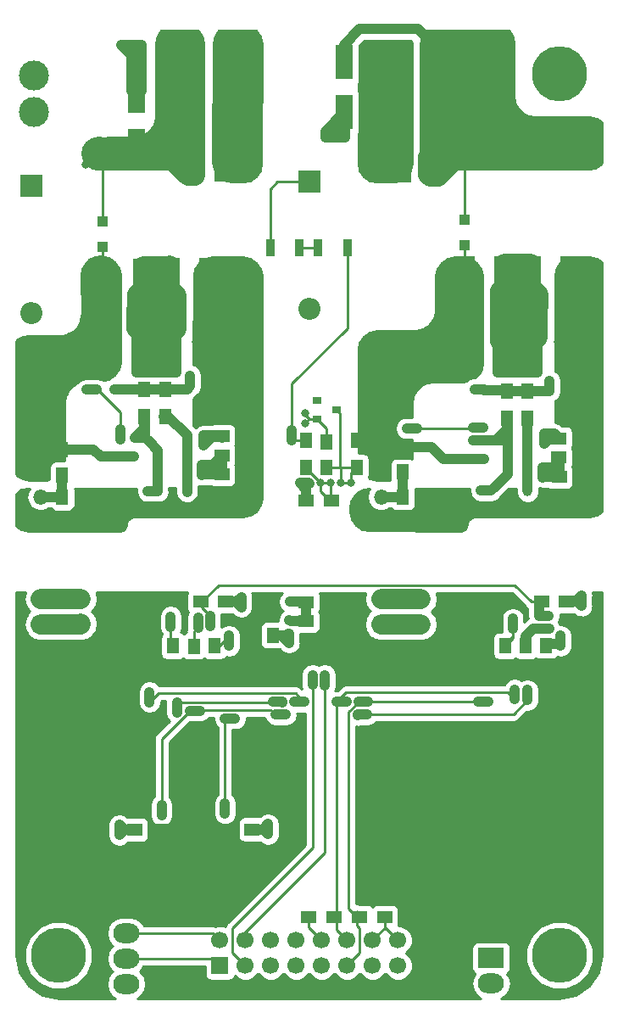
<source format=gbl>
G04 #@! TF.GenerationSoftware,KiCad,Pcbnew,no-vcs-found-c6d0075~61~ubuntu17.10.1*
G04 #@! TF.CreationDate,2018-02-01T09:34:47-05:00*
G04 #@! TF.ProjectId,ENNOID Dual Gate Driver,454E4E4F4944204475616C2047617465,rev?*
G04 #@! TF.SameCoordinates,Original*
G04 #@! TF.FileFunction,Copper,L2,Bot,Signal*
G04 #@! TF.FilePolarity,Positive*
%FSLAX46Y46*%
G04 Gerber Fmt 4.6, Leading zero omitted, Abs format (unit mm)*
G04 Created by KiCad (PCBNEW no-vcs-found-c6d0075~61~ubuntu17.10.1) date Thu Feb  1 09:34:47 2018*
%MOMM*%
%LPD*%
G01*
G04 APERTURE LIST*
%ADD10C,5.500000*%
%ADD11R,1.000000X1.000000*%
%ADD12C,1.700000*%
%ADD13R,1.700000X1.700000*%
%ADD14R,1.500000X1.250000*%
%ADD15R,1.500000X1.300000*%
%ADD16R,1.250000X1.500000*%
%ADD17R,2.000000X1.600000*%
%ADD18O,2.600000X2.000000*%
%ADD19R,2.600000X2.000000*%
%ADD20R,1.300000X1.500000*%
%ADD21R,0.900000X0.800000*%
%ADD22R,3.500000X1.800000*%
%ADD23C,3.000000*%
%ADD24O,1.500000X1.500000*%
%ADD25R,1.500000X1.500000*%
%ADD26R,2.200000X2.200000*%
%ADD27O,2.200000X2.200000*%
%ADD28R,0.900000X1.700000*%
%ADD29R,1.800000X3.500000*%
%ADD30C,0.800000*%
%ADD31C,1.000000*%
%ADD32C,1.000000*%
%ADD33C,0.250000*%
%ADD34C,2.000000*%
%ADD35C,0.500000*%
%ADD36C,0.254000*%
G04 APERTURE END LIST*
D10*
X55000000Y-5000000D03*
D11*
X9398000Y-22230400D03*
X9398000Y-19730400D03*
D10*
X55000000Y-93000000D03*
D12*
X38887400Y-91478100D03*
X38887400Y-94018100D03*
X36347400Y-91478100D03*
X36347400Y-94018100D03*
X33807400Y-91478100D03*
X33807400Y-94018100D03*
X31267400Y-91478100D03*
X31267400Y-94018100D03*
X28727400Y-91478100D03*
X28727400Y-94018100D03*
X26187400Y-91478100D03*
X26187400Y-94018100D03*
X23647400Y-91478100D03*
X23647400Y-94018100D03*
X21107400Y-91478100D03*
D13*
X21107400Y-94018100D03*
D14*
X29966600Y-89128600D03*
X32466600Y-89128600D03*
D15*
X24311600Y-80416400D03*
X21611600Y-80416400D03*
D16*
X5283200Y-59898600D03*
X5283200Y-57398600D03*
X7213600Y-57398600D03*
X7213600Y-59898600D03*
X5359400Y-45026900D03*
X5359400Y-42526900D03*
X5359400Y-47264000D03*
X5359400Y-49764000D03*
X39293800Y-59924000D03*
X39293800Y-57424000D03*
X41173400Y-57424000D03*
X41173400Y-59924000D03*
X39370000Y-44728400D03*
X39370000Y-42228400D03*
X39370000Y-47228400D03*
X39370000Y-49728400D03*
D14*
X21671600Y-57683400D03*
X19171600Y-57683400D03*
X21305200Y-41173400D03*
X23805200Y-41173400D03*
X23817466Y-44999107D03*
X21317466Y-44999107D03*
X16758600Y-28549600D03*
X19258600Y-28549600D03*
X12832400Y-28524200D03*
X10332400Y-28524200D03*
X16758600Y-30454600D03*
X19258600Y-30454600D03*
D17*
X13422146Y-24178672D03*
X9422146Y-24178672D03*
D14*
X18739800Y-13233400D03*
X21239800Y-13233400D03*
X32212600Y-57708800D03*
X29712600Y-57708800D03*
X29712600Y-59639200D03*
X32212600Y-59639200D03*
X35072000Y-89128600D03*
X37572000Y-89128600D03*
D18*
X11734800Y-95834200D03*
X11734800Y-93294200D03*
X11734800Y-90754200D03*
D19*
X11734800Y-88214200D03*
D18*
X48183800Y-95783400D03*
D19*
X48183800Y-93243400D03*
D20*
X20548600Y-62099200D03*
X20548600Y-64799200D03*
X18491200Y-64824600D03*
X18491200Y-62124600D03*
X53670200Y-62061100D03*
X53670200Y-64761100D03*
X16433800Y-62099200D03*
X16433800Y-64799200D03*
D15*
X15284405Y-80452572D03*
X12584405Y-80452572D03*
D20*
X51663600Y-62086500D03*
X51663600Y-64786500D03*
X49631600Y-62086500D03*
X49631600Y-64786500D03*
X51841400Y-36648400D03*
X51841400Y-39348400D03*
X34747200Y-41550600D03*
X34747200Y-44250600D03*
D14*
X32238000Y-47548800D03*
X29738000Y-47548800D03*
D21*
X32775400Y-38531800D03*
X30775400Y-37581800D03*
X30775400Y-39481800D03*
D22*
X22337400Y-10464800D03*
X17337400Y-10464800D03*
D20*
X26390600Y-61040000D03*
X26390600Y-58340000D03*
D23*
X22500000Y-6830000D03*
X22500000Y-3170000D03*
X2500000Y-5170000D03*
X2500000Y-8830000D03*
X16500000Y-6830000D03*
X16500000Y-3170000D03*
X43500000Y-6830000D03*
X43500000Y-3170000D03*
X37500000Y-3170000D03*
X37500000Y-6830000D03*
D24*
X3203200Y-44687600D03*
X3203200Y-47227600D03*
X3203200Y-49767600D03*
X3203200Y-57387600D03*
D25*
X3203200Y-59927600D03*
D24*
X37203200Y-44687600D03*
X37203200Y-47227600D03*
X37203200Y-49767600D03*
X37203200Y-57387600D03*
D25*
X37203200Y-59927600D03*
D14*
X21305200Y-43078400D03*
X23805200Y-43078400D03*
X10307000Y-30429200D03*
X12807000Y-30429200D03*
D17*
X13404600Y-26416000D03*
X9404600Y-26416000D03*
X20061495Y-24157873D03*
X16061495Y-24157873D03*
X16059400Y-26390600D03*
X20059400Y-26390600D03*
D14*
X54960200Y-41402000D03*
X57460200Y-41402000D03*
X57485600Y-45237400D03*
X54985600Y-45237400D03*
X54960200Y-43307000D03*
X57460200Y-43307000D03*
X49078200Y-30302200D03*
X46578200Y-30302200D03*
X55352000Y-30124400D03*
X52852000Y-30124400D03*
X46552800Y-28346400D03*
X49052800Y-28346400D03*
X52877400Y-28270200D03*
X55377400Y-28270200D03*
D17*
X49523400Y-23952200D03*
X45523400Y-23952200D03*
X52103607Y-26243553D03*
X56103607Y-26243553D03*
X45498000Y-26212800D03*
X49498000Y-26212800D03*
X56102000Y-23926800D03*
X52102000Y-23926800D03*
D14*
X39415400Y-13335000D03*
X41915400Y-13335000D03*
D22*
X38394000Y-10591800D03*
X43394000Y-10591800D03*
D20*
X15621000Y-39170600D03*
X15621000Y-36470600D03*
X13512800Y-36466800D03*
X13512800Y-39166800D03*
D15*
X18639800Y-15189200D03*
X21339800Y-15189200D03*
D20*
X49733200Y-36648400D03*
X49733200Y-39348400D03*
D15*
X39417000Y-15240000D03*
X42117000Y-15240000D03*
D26*
X2235200Y-16179800D03*
D27*
X2235200Y-28879800D03*
X30000000Y-28457800D03*
D26*
X30000000Y-15757800D03*
D16*
X31699200Y-41752200D03*
X31699200Y-44252200D03*
D14*
X55707600Y-57683400D03*
X53207600Y-57683400D03*
D10*
X5000000Y-93000000D03*
D28*
X26134858Y-22393083D03*
X29034858Y-22393083D03*
X33810058Y-22393083D03*
X30910058Y-22393083D03*
D20*
X29667200Y-44276000D03*
X29667200Y-41576000D03*
D29*
X12750800Y-7202800D03*
X12750800Y-12202800D03*
X33528000Y-3850000D03*
X33528000Y-8850000D03*
D11*
X45542200Y-19572600D03*
X45542200Y-22072600D03*
D30*
X23241000Y-58213500D03*
X23241000Y-57213500D03*
X57213500Y-58086500D03*
X57213500Y-57086500D03*
X28041600Y-59537600D03*
X28067000Y-57683398D03*
X33893000Y-61112400D03*
X44640500Y-88757000D03*
X44640500Y-87757000D03*
X46532800Y-83661000D03*
X46532800Y-82661000D03*
X51079400Y-88671400D03*
X51079400Y-84861400D03*
X51054000Y-86817200D03*
X46532800Y-81661000D03*
X32893000Y-61112400D03*
X16762000Y-34800000D03*
X15762000Y-34800000D03*
X14762000Y-34800000D03*
X13762000Y-34800000D03*
X12762000Y-34800000D03*
X11522200Y-43205400D03*
X7797800Y-31750000D03*
X10797800Y-31750000D03*
X9797800Y-31750000D03*
X8797800Y-31750000D03*
X12522200Y-43205400D03*
X23834600Y-47310800D03*
X22834600Y-47310800D03*
X23834600Y-48310800D03*
X10226800Y-47260000D03*
X11226800Y-47260000D03*
X10226800Y-48260000D03*
X21694400Y-31750000D03*
X20694400Y-31750000D03*
X19694400Y-31750000D03*
X18694400Y-31750000D03*
X22834600Y-48310800D03*
X11226800Y-48260000D03*
X46967400Y-31750000D03*
X45967400Y-31750000D03*
X44967400Y-31750000D03*
X7706360Y-14040360D03*
X34210500Y-45783500D03*
X33210500Y-45783500D03*
X14071600Y-66716400D03*
X28527506Y-67691000D03*
X29527506Y-67691000D03*
X33766002Y-67691000D03*
X50571400Y-66437000D03*
X16814800Y-68716400D03*
X35874200Y-67691000D03*
X26372584Y-67688740D03*
X46879000Y-67627500D03*
X47879000Y-67627500D03*
X20129494Y-60118500D03*
X20129494Y-59118500D03*
X22606000Y-69342000D03*
X21590000Y-69342000D03*
X21615400Y-77816200D03*
X53959000Y-59118500D03*
X52959000Y-59118500D03*
X30353000Y-64989200D03*
X31597600Y-65014600D03*
X32178500Y-45847001D03*
X31178500Y-45847001D03*
X25908000Y-80883000D03*
X25908000Y-79883000D03*
X11049000Y-80946496D03*
X11049000Y-79946496D03*
X28003500Y-61769500D03*
X28003500Y-60769500D03*
X18923000Y-59261506D03*
X18923000Y-60261506D03*
X35798001Y-68960999D03*
X34798001Y-68960999D03*
X19135600Y-68554600D03*
X27670000Y-68961000D03*
X26670000Y-68961000D03*
X15290800Y-77994000D03*
X51816000Y-66500500D03*
X51816000Y-67500500D03*
X53976917Y-60371473D03*
X52976917Y-60371473D03*
X16192500Y-60182000D03*
X16192500Y-59182000D03*
X50355500Y-59388498D03*
X50355500Y-60388498D03*
X19494500Y-42084500D03*
X19494500Y-41084500D03*
X19314162Y-44021500D03*
X19314162Y-45021500D03*
X11175998Y-41449500D03*
X11175998Y-40449500D03*
X7763000Y-36512500D03*
X8763000Y-36512500D03*
X53492400Y-41932100D03*
X53314600Y-44262800D03*
X39767000Y-40386000D03*
X46371000Y-40322500D03*
X40767000Y-40386000D03*
X47371000Y-40322500D03*
X12614400Y-41300400D03*
X13884400Y-46659800D03*
X47158398Y-46609000D03*
X46421800Y-41554400D03*
X13239500Y-2095500D03*
X12239500Y-2095500D03*
X33623000Y-11366500D03*
X32623000Y-11366500D03*
X22034500Y-62087000D03*
X22034500Y-61087000D03*
X55118000Y-62087000D03*
X55118000Y-61087000D03*
X30083000Y-45847000D03*
X29083000Y-45847000D03*
X29591000Y-39862000D03*
X29591000Y-38862000D03*
X11239500Y-2095500D03*
X31623000Y-11366500D03*
X49800000Y-34800000D03*
X46447200Y-43408600D03*
X44770800Y-47285400D03*
X44770800Y-48285400D03*
X57794400Y-47285400D03*
X56794400Y-47285400D03*
X57794400Y-48285400D03*
X45770800Y-47285400D03*
X57889400Y-31750000D03*
X56889400Y-31750000D03*
X55889400Y-31750000D03*
X32766002Y-67691000D03*
X50571400Y-67437000D03*
X14071600Y-67716400D03*
X16706360Y-14040360D03*
X15706360Y-14040360D03*
X14706360Y-14040360D03*
X13706360Y-14040360D03*
X12706360Y-14040360D03*
X11706360Y-14040360D03*
X10706360Y-14040360D03*
X9706360Y-14040360D03*
X8706360Y-14040360D03*
X57975020Y-13877800D03*
X56975020Y-13877800D03*
X55975020Y-13877800D03*
X54975020Y-13877800D03*
X53975020Y-13877800D03*
X52975020Y-13877800D03*
X51975020Y-13877800D03*
X50975020Y-13877800D03*
X49975020Y-13877800D03*
X48975020Y-13877800D03*
X47975020Y-13877800D03*
X46975020Y-13877800D03*
X45975020Y-13877800D03*
X44975020Y-13877800D03*
X43975020Y-13877800D03*
X51800000Y-34800000D03*
X52800000Y-34800000D03*
X50800000Y-34800000D03*
X48800000Y-34800000D03*
X47447200Y-43408600D03*
X43967400Y-31750000D03*
X56794400Y-48285400D03*
X45770800Y-48285400D03*
X54889400Y-31750000D03*
X27381200Y-67716400D03*
X34874200Y-67691000D03*
X16814800Y-67716400D03*
X21615400Y-78816200D03*
X30353000Y-65989200D03*
X31597600Y-66014600D03*
X15290800Y-78994000D03*
X18135600Y-68554600D03*
X53492400Y-40932100D03*
X53314600Y-45262800D03*
X28295600Y-40579800D03*
X18135600Y-35144200D03*
X10583328Y-36474306D03*
X18135600Y-36144200D03*
X11582400Y-36474400D03*
X46523400Y-36487100D03*
X54027010Y-35652200D03*
X47523400Y-36487100D03*
X54027010Y-36652200D03*
X13614400Y-41300400D03*
X14884400Y-46659800D03*
D31*
X17830800Y-46710600D03*
D30*
X48158398Y-46609000D03*
X47421800Y-41554400D03*
D31*
X51841400Y-46685200D03*
D30*
X28295600Y-41579800D03*
D32*
X23241000Y-57213500D02*
X23241000Y-58213500D01*
X21671600Y-57683400D02*
X22710900Y-57683400D01*
X22710900Y-57683400D02*
X23241000Y-58213500D01*
X21671600Y-57683400D02*
X22771100Y-57683400D01*
X22771100Y-57683400D02*
X23241000Y-57213500D01*
X57213500Y-57086500D02*
X57213500Y-58086500D01*
X55707600Y-57683400D02*
X56810400Y-57683400D01*
X56810400Y-57683400D02*
X57213500Y-58086500D01*
X55707600Y-57683400D02*
X56616600Y-57683400D01*
X56616600Y-57683400D02*
X57213500Y-57086500D01*
X28067000Y-57683398D02*
X29687198Y-57683398D01*
X29687198Y-57683398D02*
X29712600Y-57708800D01*
X29712600Y-59639200D02*
X28143200Y-59639200D01*
X28143200Y-59639200D02*
X28041600Y-59537600D01*
X29712600Y-57708800D02*
X29712600Y-59639200D01*
D33*
X37572000Y-89128600D02*
X37572000Y-90162700D01*
X37572000Y-90162700D02*
X38887400Y-91478100D01*
X37572000Y-89128600D02*
X37572000Y-90253500D01*
X37572000Y-90253500D02*
X36347400Y-91478100D01*
X29966600Y-89128600D02*
X29966600Y-90177300D01*
X29966600Y-90177300D02*
X31267400Y-91478100D01*
X29636400Y-59537600D02*
X28041600Y-59537600D01*
X29712600Y-57708800D02*
X28092402Y-57708800D01*
X28092402Y-57708800D02*
X28067000Y-57683398D01*
X5283200Y-59898600D02*
X7213600Y-59898600D01*
D34*
X3203200Y-59927600D02*
X7184600Y-59927600D01*
X7184600Y-59927600D02*
X7213600Y-59898600D01*
D33*
X5283200Y-57398600D02*
X3214200Y-57398600D01*
X3214200Y-57398600D02*
X3203200Y-57387600D01*
D34*
X3203200Y-57387600D02*
X7202600Y-57387600D01*
X7202600Y-57387600D02*
X7213600Y-57398600D01*
D33*
X26134858Y-16486342D02*
X26863400Y-15757800D01*
X26134858Y-21631083D02*
X26134858Y-16486342D01*
X26863400Y-15757800D02*
X30000000Y-15757800D01*
D32*
X14762000Y-34800000D02*
X14762000Y-30546200D01*
X14762000Y-30546200D02*
X16758600Y-28549600D01*
X13762000Y-34800000D02*
X13762000Y-31384200D01*
X13762000Y-31384200D02*
X12807000Y-30429200D01*
X15762000Y-34800000D02*
X15762000Y-31451200D01*
X15762000Y-31451200D02*
X16758600Y-30454600D01*
X12762000Y-34800000D02*
X16762000Y-34800000D01*
X16762000Y-34800000D02*
X16762000Y-30458000D01*
X16762000Y-30458000D02*
X16758600Y-30454600D01*
X12762000Y-34800000D02*
X12762000Y-30474200D01*
X12762000Y-30474200D02*
X12807000Y-30429200D01*
D34*
X12832400Y-28524200D02*
X13925800Y-28524200D01*
X13925800Y-28524200D02*
X16059400Y-26390600D01*
X13404600Y-26416000D02*
X14625000Y-26416000D01*
X14625000Y-26416000D02*
X16758600Y-28549600D01*
X13422146Y-24178672D02*
X13847472Y-24178672D01*
X13847472Y-24178672D02*
X16059400Y-26390600D01*
X13404600Y-26416000D02*
X16034000Y-26416000D01*
X16034000Y-26416000D02*
X16059400Y-26390600D01*
X13422146Y-24178672D02*
X16040696Y-24178672D01*
X16040696Y-24178672D02*
X16061495Y-24157873D01*
X16059400Y-26390600D02*
X16059400Y-24159968D01*
X16059400Y-24159968D02*
X16061495Y-24157873D01*
X13404600Y-26416000D02*
X13404600Y-24196218D01*
X13404600Y-24196218D02*
X13422146Y-24178672D01*
X12832400Y-28524200D02*
X16733200Y-28524200D01*
X16733200Y-28524200D02*
X16758600Y-28549600D01*
X12807000Y-30429200D02*
X16733200Y-30429200D01*
X16733200Y-30429200D02*
X16758600Y-30454600D01*
X16758600Y-28549600D02*
X16758600Y-27089800D01*
X16758600Y-27089800D02*
X16059400Y-26390600D01*
X16758600Y-30454600D02*
X16758600Y-28549600D01*
X12807000Y-30429200D02*
X12807000Y-28549600D01*
X12807000Y-28549600D02*
X12832400Y-28524200D01*
X12832400Y-28524200D02*
X12832400Y-26988200D01*
X12832400Y-26988200D02*
X13404600Y-26416000D01*
D32*
X5359400Y-45026900D02*
X5359400Y-47264000D01*
X3203200Y-47227600D02*
X5323000Y-47227600D01*
X5323000Y-47227600D02*
X5359400Y-47264000D01*
D33*
X9398000Y-22230400D02*
X9398000Y-24154526D01*
D32*
X9194800Y-43205400D02*
X8483600Y-42494200D01*
X5392100Y-42494200D02*
X5359400Y-42526900D01*
X12522200Y-43205400D02*
X9194800Y-43205400D01*
X8483600Y-42494200D02*
X5392100Y-42494200D01*
D34*
X41173400Y-59924000D02*
X39293800Y-59924000D01*
X37203200Y-59927600D02*
X41169800Y-59927600D01*
X41169800Y-59927600D02*
X41173400Y-59924000D01*
X37203200Y-57387600D02*
X39257400Y-57387600D01*
X39257400Y-57387600D02*
X39293800Y-57424000D01*
X37203200Y-57387600D02*
X41137000Y-57387600D01*
X41137000Y-57387600D02*
X41173400Y-57424000D01*
D33*
X45542200Y-22072600D02*
X45542200Y-23933400D01*
X45542200Y-23933400D02*
X45523400Y-23952200D01*
X45567600Y-23908000D02*
X45523400Y-23952200D01*
X9398000Y-19730400D02*
X9398000Y-14348720D01*
X9398000Y-14348720D02*
X9706360Y-14040360D01*
D34*
X18639800Y-15189200D02*
X17896600Y-15189200D01*
X17896600Y-15189200D02*
X15731760Y-13024360D01*
X18639800Y-15189200D02*
X18639800Y-11767200D01*
X18639800Y-11767200D02*
X17337400Y-10464800D01*
D33*
X45542200Y-19572600D02*
X45542200Y-14310620D01*
X45542200Y-14310620D02*
X45975020Y-13877800D01*
D34*
X42117000Y-15240000D02*
X42917620Y-15240000D01*
X42917620Y-15240000D02*
X43975020Y-14182600D01*
X42117000Y-15240000D02*
X42812720Y-15240000D01*
X41915400Y-13335000D02*
X41915400Y-15038400D01*
X41915400Y-15038400D02*
X42117000Y-15240000D01*
D32*
X40863400Y-533400D02*
X35077400Y-533400D01*
X43500000Y-3170000D02*
X40863400Y-533400D01*
X35077400Y-533400D02*
X33528000Y-2082800D01*
X33528000Y-2082800D02*
X33528000Y-3850000D01*
D33*
X33203200Y-44252200D02*
X33210500Y-44259500D01*
X31699200Y-44252200D02*
X33203200Y-44252200D01*
X33210500Y-44259500D02*
X33210500Y-45783500D01*
X33210500Y-45783500D02*
X34210500Y-45783500D01*
X34210500Y-45783500D02*
X34210500Y-44787300D01*
X34210500Y-44787300D02*
X34747200Y-44250600D01*
X32969200Y-45745400D02*
X33007300Y-45783500D01*
X33007300Y-45783500D02*
X33210500Y-45783500D01*
X33210500Y-44361100D02*
X33210500Y-45217815D01*
X33210500Y-45217815D02*
X33210500Y-45783500D01*
X33096200Y-44246800D02*
X33210500Y-44361100D01*
X33096200Y-44246800D02*
X33096200Y-38852600D01*
X34747200Y-44250600D02*
X33100000Y-44250600D01*
X33100000Y-44250600D02*
X33096200Y-44246800D01*
X33096200Y-38852600D02*
X32775400Y-38531800D01*
D32*
X14071600Y-67716400D02*
X14071600Y-66716400D01*
X28527506Y-67691000D02*
X29527506Y-67691000D01*
D33*
X28663906Y-66827400D02*
X29127507Y-67291001D01*
X29127507Y-67291001D02*
X29527506Y-67691000D01*
X14960600Y-66827400D02*
X28663906Y-66827400D01*
X14071600Y-67716400D02*
X14960600Y-66827400D01*
D32*
X32766002Y-67691000D02*
X33766002Y-67691000D01*
X50571400Y-67437000D02*
X50571400Y-66437000D01*
D33*
X33972500Y-88283100D02*
X33972500Y-68707000D01*
X34818000Y-89128600D02*
X33972500Y-88283100D01*
X33972500Y-68707000D02*
X34874200Y-67805300D01*
X34874200Y-67805300D02*
X34874200Y-67691000D01*
D32*
X16814800Y-67716400D02*
X16814800Y-68708660D01*
X16814800Y-68708660D02*
X16810930Y-68712530D01*
X35874200Y-67691000D02*
X35623500Y-67691000D01*
X35623500Y-67691000D02*
X34966012Y-67691000D01*
X26372584Y-67688740D02*
X27299836Y-67688740D01*
X27299836Y-67688740D02*
X27327496Y-67716400D01*
X47879000Y-67627500D02*
X46879000Y-67627500D01*
D33*
X34874200Y-67691000D02*
X47815500Y-67691000D01*
X47815500Y-67691000D02*
X47879000Y-67627500D01*
D32*
X20129494Y-60118500D02*
X20129494Y-59118500D01*
D33*
X19296600Y-58285606D02*
X19729495Y-58718501D01*
X19729495Y-58718501D02*
X20129494Y-59118500D01*
X19296600Y-57683400D02*
X19296600Y-58285606D01*
X19171600Y-57683400D02*
X19296600Y-57683400D01*
D32*
X21590000Y-69342000D02*
X22606000Y-69342000D01*
D33*
X21615400Y-69367400D02*
X21590000Y-69342000D01*
X21615400Y-78816200D02*
X21615400Y-69367400D01*
D32*
X21615400Y-78816200D02*
X21615400Y-77816200D01*
X52959000Y-59118500D02*
X52959000Y-57932000D01*
X52959000Y-57932000D02*
X53207600Y-57683400D01*
X52959000Y-59118500D02*
X53959000Y-59118500D01*
X30353000Y-64989200D02*
X30353000Y-65989200D01*
X31597600Y-65014600D02*
X31597600Y-66014600D01*
D33*
X30910058Y-22393083D02*
X29034858Y-22393083D01*
X31178500Y-45847001D02*
X32178500Y-45847001D01*
X32178500Y-45847001D02*
X32178500Y-47489300D01*
X32178500Y-47489300D02*
X32238000Y-47548800D01*
X29667200Y-44276000D02*
X29667200Y-44376000D01*
X29667200Y-44376000D02*
X31138201Y-45847001D01*
X31178500Y-46614300D02*
X31178500Y-45847001D01*
X31138201Y-45847001D02*
X31178500Y-45847001D01*
X32113000Y-47548800D02*
X31178500Y-46614300D01*
X32238000Y-47548800D02*
X32113000Y-47548800D01*
D32*
X25908000Y-79883000D02*
X25908000Y-80883000D01*
X24311600Y-80416400D02*
X25441400Y-80416400D01*
X25441400Y-80416400D02*
X25908000Y-80883000D01*
X24311600Y-80416400D02*
X25374600Y-80416400D01*
X25374600Y-80416400D02*
X25908000Y-79883000D01*
X11049000Y-79946496D02*
X11049000Y-80946496D01*
X12584405Y-80452572D02*
X11542924Y-80452572D01*
X11542924Y-80452572D02*
X11049000Y-80946496D01*
X12584405Y-80452572D02*
X11555076Y-80452572D01*
X11555076Y-80452572D02*
X11049000Y-79946496D01*
X28003500Y-61769500D02*
X28003500Y-60839210D01*
X26390600Y-61040000D02*
X27274000Y-61040000D01*
X27274000Y-61040000D02*
X28003500Y-61769500D01*
X27733000Y-61040000D02*
X27933790Y-60839210D01*
X26390600Y-61040000D02*
X27733000Y-61040000D01*
X27933790Y-60839210D02*
X28003500Y-60839210D01*
X18923000Y-59261506D02*
X18923000Y-60261506D01*
D33*
X18491200Y-60693306D02*
X18523001Y-60661505D01*
X18491200Y-62124600D02*
X18491200Y-60693306D01*
X18523001Y-60661505D02*
X18923000Y-60261506D01*
X26270001Y-68561001D02*
X26670000Y-68961000D01*
X18135600Y-68554600D02*
X18701285Y-68554600D01*
X18738894Y-68516991D02*
X26225991Y-68516991D01*
X18701285Y-68554600D02*
X18738894Y-68516991D01*
X26225991Y-68516991D02*
X26270001Y-68561001D01*
D32*
X35798001Y-68960999D02*
X34885241Y-68960999D01*
X34885241Y-68960999D02*
X34841621Y-69004619D01*
X18135600Y-68554600D02*
X19135600Y-68554600D01*
D33*
X50419000Y-68897500D02*
X36062185Y-68897500D01*
X51816000Y-67500500D02*
X50419000Y-68897500D01*
D32*
X26670000Y-68961000D02*
X27670000Y-68961000D01*
X15290800Y-78994000D02*
X15290800Y-77994000D01*
X51816000Y-67500500D02*
X51816000Y-66500500D01*
X52976917Y-60371473D02*
X53976917Y-60371473D01*
X52411232Y-60371473D02*
X51663600Y-61119105D01*
X52976917Y-60371473D02*
X52411232Y-60371473D01*
X51663600Y-61119105D02*
X51663600Y-62086500D01*
X16192500Y-60182000D02*
X16192500Y-59182000D01*
D33*
X16192500Y-61730900D02*
X16192500Y-59747685D01*
X16192500Y-59747685D02*
X16192500Y-59182000D01*
X16586200Y-62124600D02*
X16192500Y-61730900D01*
D32*
X50355500Y-60388498D02*
X50355500Y-59388498D01*
D33*
X50355500Y-60388498D02*
X50355500Y-61117500D01*
X50355500Y-61117500D02*
X49631600Y-61841400D01*
X50355500Y-61299100D02*
X50355500Y-60954183D01*
X50355500Y-60954183D02*
X50355500Y-60388498D01*
X49784000Y-61870600D02*
X50355500Y-61299100D01*
D32*
X19494500Y-42084500D02*
X19494500Y-41084500D01*
X19494500Y-42084500D02*
X20405600Y-41173400D01*
X20405600Y-41173400D02*
X21305200Y-41173400D01*
X21305200Y-41351200D02*
X21038500Y-41084500D01*
X21038500Y-41084500D02*
X20060185Y-41084500D01*
X20060185Y-41084500D02*
X19494500Y-41084500D01*
X19314162Y-44021500D02*
X20362100Y-44021500D01*
X20362100Y-44021500D02*
X21305200Y-43078400D01*
X19314162Y-45021500D02*
X19314162Y-44021500D01*
X21317466Y-44999107D02*
X19336555Y-44999107D01*
X19336555Y-44999107D02*
X19314162Y-45021500D01*
X11175998Y-41449500D02*
X11175998Y-40449500D01*
D33*
X8890000Y-36512500D02*
X11175998Y-38798498D01*
X11175998Y-39883815D02*
X11175998Y-40449500D01*
X11175998Y-38798498D02*
X11175998Y-39883815D01*
D32*
X7763000Y-36512500D02*
X8763000Y-36512500D01*
X53492400Y-40932100D02*
X53492400Y-41932100D01*
X54960200Y-41402000D02*
X54022500Y-41402000D01*
X54022500Y-41402000D02*
X53492400Y-41932100D01*
X53492400Y-40932100D02*
X54490300Y-40932100D01*
X54490300Y-40932100D02*
X54960200Y-41402000D01*
X53314600Y-45262800D02*
X53314600Y-44262800D01*
X54985600Y-44259500D02*
X54985600Y-45237400D01*
X54982300Y-44262800D02*
X54985600Y-44259500D01*
X54985600Y-43434000D02*
X54985600Y-44259500D01*
X53314600Y-44262800D02*
X54982300Y-44262800D01*
X54916000Y-43262800D02*
X54960200Y-43307000D01*
X39767000Y-40386000D02*
X40767000Y-40386000D01*
X46371000Y-40322500D02*
X47371000Y-40322500D01*
D33*
X47371000Y-40386000D02*
X40767000Y-40386000D01*
D32*
X13512800Y-39166800D02*
X13512800Y-40402000D01*
X13512800Y-40402000D02*
X12614400Y-41300400D01*
X13614400Y-41300400D02*
X12614400Y-41300400D01*
X13884400Y-46659800D02*
X14884400Y-46659800D01*
X17830800Y-41071800D02*
X15929600Y-39170600D01*
X17830800Y-46710600D02*
X17830800Y-41071800D01*
X15929600Y-39170600D02*
X15519400Y-39170600D01*
X49733200Y-40513000D02*
X49733200Y-39348400D01*
X49733200Y-41098400D02*
X49733200Y-40513000D01*
X47421800Y-41554400D02*
X48691800Y-41554400D01*
X48691800Y-41554400D02*
X49733200Y-40513000D01*
X49277200Y-41554400D02*
X49733200Y-41098400D01*
X47421800Y-41554400D02*
X49277200Y-41554400D01*
X47158398Y-46609000D02*
X48158398Y-46609000D01*
X46421800Y-41554400D02*
X47421800Y-41554400D01*
X51816000Y-39424600D02*
X51816000Y-46507400D01*
X51739800Y-39348400D02*
X51816000Y-39424600D01*
X11239500Y-2095500D02*
X13239500Y-2095500D01*
X12239500Y-2095500D02*
X12239500Y-6691500D01*
X12239500Y-6691500D02*
X12750800Y-7202800D01*
X12750800Y-7202800D02*
X12750800Y-3606800D01*
X12750800Y-3606800D02*
X11239500Y-2095500D01*
X13239500Y-2095500D02*
X13239500Y-6714100D01*
X13239500Y-6714100D02*
X12750800Y-7202800D01*
X31623000Y-11366500D02*
X33623000Y-11366500D01*
X32623000Y-11366500D02*
X32623000Y-9755000D01*
X32623000Y-9755000D02*
X33528000Y-8850000D01*
X33623000Y-11366500D02*
X33623000Y-8945000D01*
X33623000Y-8945000D02*
X33528000Y-8850000D01*
X31623000Y-11366500D02*
X31623000Y-10755000D01*
X31623000Y-10755000D02*
X33528000Y-8850000D01*
X22034500Y-62087000D02*
X22034500Y-61087000D01*
D33*
X20996900Y-62124600D02*
X21634501Y-61486999D01*
X21634501Y-61486999D02*
X22034500Y-61087000D01*
X20421600Y-62124600D02*
X20996900Y-62124600D01*
D32*
X55118000Y-62087000D02*
X55118000Y-61087000D01*
X53670200Y-61870600D02*
X54901600Y-61870600D01*
X54901600Y-61870600D02*
X55118000Y-62087000D01*
D33*
X53886600Y-62087000D02*
X53670200Y-61870600D01*
D32*
X29738000Y-45923800D02*
X29814800Y-45847000D01*
X29738000Y-47548800D02*
X29738000Y-45923800D01*
X29814800Y-45847000D02*
X29971460Y-45847000D01*
X29738000Y-47548800D02*
X29738000Y-46502000D01*
X29738000Y-46502000D02*
X29083000Y-45847000D01*
X29083000Y-45847000D02*
X29971460Y-45847000D01*
X29971460Y-45847000D02*
X30027230Y-45902770D01*
D33*
X30775400Y-39481800D02*
X29971200Y-39481800D01*
X29971200Y-39481800D02*
X29591000Y-39862000D01*
X30075400Y-39481800D02*
X29591000Y-38997400D01*
X29591000Y-38997400D02*
X29591000Y-38862000D01*
X30775400Y-39481800D02*
X30075400Y-39481800D01*
D32*
X12903200Y-7050400D02*
X12750800Y-7202800D01*
X49800000Y-34800000D02*
X49800000Y-31024000D01*
X49800000Y-31024000D02*
X49078200Y-30302200D01*
D33*
X31699200Y-40355600D02*
X30825400Y-39481800D01*
X31699200Y-41752200D02*
X31699200Y-40355600D01*
X30825400Y-39481800D02*
X30775400Y-39481800D01*
X37203200Y-42283200D02*
X36470600Y-41550600D01*
X36470600Y-41550600D02*
X34747200Y-41550600D01*
X37203200Y-44687600D02*
X37203200Y-42283200D01*
X33705802Y-66751200D02*
X49885600Y-66751200D01*
X49885600Y-66751200D02*
X50571400Y-67437000D01*
X32766002Y-67691000D02*
X33705802Y-66751200D01*
X32746000Y-89128600D02*
X32746000Y-67711002D01*
X32746000Y-67711002D02*
X32766002Y-67691000D01*
D32*
X52800000Y-34800000D02*
X48800000Y-34800000D01*
X50800000Y-34800000D02*
X50800000Y-32176400D01*
X50800000Y-32176400D02*
X52852000Y-30124400D01*
X51800000Y-34800000D02*
X51800000Y-31176400D01*
X51800000Y-31176400D02*
X52852000Y-30124400D01*
X52800000Y-34800000D02*
X52800000Y-30176400D01*
X52800000Y-30176400D02*
X52852000Y-30124400D01*
X48800000Y-34800000D02*
X48800000Y-30580400D01*
X48800000Y-30580400D02*
X49078200Y-30302200D01*
X39370000Y-47228400D02*
X39370000Y-44728400D01*
X37203200Y-47227600D02*
X39369200Y-47227600D01*
X39369200Y-47227600D02*
X39370000Y-47228400D01*
D34*
X50800000Y-33350200D02*
X50800000Y-27547160D01*
X50800000Y-27547160D02*
X52103607Y-26243553D01*
D32*
X52171600Y-31978600D02*
X52852000Y-31298200D01*
X49580800Y-32131000D02*
X49078200Y-31628400D01*
D34*
X52852000Y-30124400D02*
X52852000Y-31298200D01*
X52852000Y-31298200D02*
X50800000Y-33350200D01*
X49078200Y-30302200D02*
X49078200Y-31628400D01*
X49078200Y-31628400D02*
X50800000Y-33350200D01*
X49078200Y-30302200D02*
X50845400Y-30302200D01*
X50845400Y-30302200D02*
X52877400Y-28270200D01*
X52852000Y-30124400D02*
X50830800Y-30124400D01*
X50830800Y-30124400D02*
X49052800Y-28346400D01*
X52877400Y-28270200D02*
X49129000Y-28270200D01*
X49129000Y-28270200D02*
X49052800Y-28346400D01*
X49078200Y-30302200D02*
X52674200Y-30302200D01*
X52674200Y-30302200D02*
X52852000Y-30124400D01*
X52877400Y-28270200D02*
X52877400Y-27017346D01*
X52877400Y-27017346D02*
X52103607Y-26243553D01*
X52852000Y-30124400D02*
X52852000Y-28295600D01*
X52852000Y-28295600D02*
X52877400Y-28270200D01*
X49052800Y-28346400D02*
X49052800Y-26658000D01*
X49052800Y-26658000D02*
X49498000Y-26212800D01*
X49078200Y-30302200D02*
X49078200Y-28371800D01*
X49078200Y-28371800D02*
X49052800Y-28346400D01*
X49498000Y-26212800D02*
X49816000Y-26212800D01*
X49816000Y-26212800D02*
X52102000Y-23926800D01*
X49498000Y-26212800D02*
X49498000Y-23977600D01*
X49498000Y-23977600D02*
X49523400Y-23952200D01*
X49498000Y-26212800D02*
X52072854Y-26212800D01*
X52072854Y-26212800D02*
X52103607Y-26243553D01*
X52102000Y-23926800D02*
X52102000Y-26241946D01*
X52102000Y-26241946D02*
X52103607Y-26243553D01*
X49523400Y-23952200D02*
X52076600Y-23952200D01*
X52076600Y-23952200D02*
X52102000Y-23926800D01*
D32*
X43434000Y-43408600D02*
X42253800Y-42228400D01*
X42253800Y-42228400D02*
X39370000Y-42228400D01*
X47447200Y-43408600D02*
X43434000Y-43408600D01*
D33*
X33807400Y-91478100D02*
X32746000Y-90416700D01*
X32746000Y-90416700D02*
X32746000Y-89128600D01*
X33705800Y-91376500D02*
X33807400Y-91478100D01*
X27381200Y-67716400D02*
X16814800Y-67716400D01*
X34818000Y-89128600D02*
X34818000Y-88564400D01*
X35077400Y-92748100D02*
X35077400Y-90263000D01*
X33807400Y-94018100D02*
X35077400Y-92748100D01*
X35077400Y-90263000D02*
X34818000Y-90003600D01*
X34818000Y-90003600D02*
X34818000Y-89128600D01*
X2286000Y-28829000D02*
X2235200Y-28879800D01*
X52207600Y-57683400D02*
X50556600Y-56032400D01*
X53207600Y-57683400D02*
X52207600Y-57683400D01*
X50556600Y-56032400D02*
X20947600Y-56032400D01*
X20947600Y-56032400D02*
X19296600Y-57683400D01*
X22377400Y-92748100D02*
X22377400Y-90220800D01*
X22377400Y-90220800D02*
X30353000Y-82245200D01*
X23647400Y-94018100D02*
X22377400Y-92748100D01*
X30353000Y-82245200D02*
X30353000Y-65989200D01*
X23647400Y-90703400D02*
X31597600Y-82753200D01*
X23647400Y-91478100D02*
X23647400Y-90703400D01*
X31597600Y-82753200D02*
X31597600Y-66580285D01*
X31597600Y-66580285D02*
X31597600Y-66014600D01*
X11544300Y-90792300D02*
X20421600Y-90792300D01*
X20421600Y-90792300D02*
X21107400Y-91478100D01*
X11544300Y-93332300D02*
X20421600Y-93332300D01*
X20421600Y-93332300D02*
X21107400Y-94018100D01*
X32308800Y-47478000D02*
X32238000Y-47548800D01*
X15290800Y-71399400D02*
X15290800Y-78994000D01*
X18135600Y-68554600D02*
X15290800Y-71399400D01*
D32*
X21317466Y-44999107D02*
X21317466Y-43170307D01*
X54909400Y-41529000D02*
X54884000Y-41503600D01*
D33*
X54909400Y-41529000D02*
X54985600Y-41605200D01*
X53340000Y-45237400D02*
X53314600Y-45262800D01*
D32*
X54985600Y-45237400D02*
X53340000Y-45237400D01*
X28295600Y-41579800D02*
X28295600Y-40579800D01*
D33*
X33810058Y-30375742D02*
X28295600Y-35890200D01*
X33810058Y-21631083D02*
X33810058Y-30375742D01*
X28295600Y-35890200D02*
X28295600Y-41014115D01*
D32*
X15621000Y-36470600D02*
X17809200Y-36470600D01*
X17809200Y-36470600D02*
X18135600Y-36144200D01*
X18135600Y-36144200D02*
X18135600Y-35144200D01*
X13512800Y-36466800D02*
X15617200Y-36466800D01*
X15617200Y-36466800D02*
X15621000Y-36470600D01*
X11582400Y-36474400D02*
X13505200Y-36474400D01*
X13505200Y-36474400D02*
X13512800Y-36466800D01*
X10583328Y-36474306D02*
X11582306Y-36474306D01*
X11582306Y-36474306D02*
X11582400Y-36474400D01*
D35*
X11586200Y-36470600D02*
X11582400Y-36474400D01*
D32*
X46523400Y-36487100D02*
X47523400Y-36487100D01*
X47523400Y-36550600D02*
X49635400Y-36550600D01*
X49635400Y-36550600D02*
X49733200Y-36648400D01*
X54027010Y-36652200D02*
X54027010Y-35652200D01*
X51841400Y-36648400D02*
X54023210Y-36648400D01*
X54023210Y-36648400D02*
X54027010Y-36652200D01*
X49733200Y-36648400D02*
X51841400Y-36648400D01*
D35*
X47621200Y-36648400D02*
X47523400Y-36550600D01*
X53896210Y-36648400D02*
X53900010Y-36652200D01*
D32*
X14884400Y-42570400D02*
X14014399Y-41700399D01*
X14014399Y-41700399D02*
X13614400Y-41300400D01*
X14884400Y-46659800D02*
X14884400Y-42570400D01*
X13614400Y-41300400D02*
X13614400Y-39170600D01*
X49834800Y-39348400D02*
X49834800Y-44932598D01*
X48558397Y-46209001D02*
X48158398Y-46609000D01*
X49834800Y-44932598D02*
X48558397Y-46209001D01*
X49809400Y-41554400D02*
X47987485Y-41554400D01*
X47987485Y-41554400D02*
X47421800Y-41554400D01*
X49834800Y-41579800D02*
X49809400Y-41554400D01*
D33*
X49834800Y-39348400D02*
X49834800Y-41579800D01*
X51739800Y-46583600D02*
X51841400Y-46685200D01*
X28299400Y-41576000D02*
X28295600Y-41579800D01*
X29667200Y-41576000D02*
X28299400Y-41576000D01*
D36*
G36*
X46137614Y-23436673D02*
X46744452Y-23842148D01*
X47149927Y-24448986D01*
X47294800Y-25177309D01*
X47294800Y-33840214D01*
X47200769Y-34431129D01*
X46932602Y-34954621D01*
X46532232Y-35352100D01*
X46411617Y-35352100D01*
X46080545Y-35417954D01*
X45705111Y-35668811D01*
X45699341Y-35677446D01*
X45398191Y-35723132D01*
X42426812Y-35701601D01*
X42406843Y-35703035D01*
X41785354Y-35797318D01*
X41747321Y-35809432D01*
X41185793Y-36091966D01*
X41153398Y-36115288D01*
X40707303Y-36558163D01*
X40683748Y-36590387D01*
X40397153Y-37149852D01*
X40384763Y-37187797D01*
X40285978Y-37808587D01*
X40284400Y-37828545D01*
X40284400Y-39251000D01*
X39655217Y-39251000D01*
X39324145Y-39316854D01*
X38948711Y-39567711D01*
X38697854Y-39943145D01*
X38609765Y-40386000D01*
X38697854Y-40828855D01*
X38948711Y-41204289D01*
X39324145Y-41455146D01*
X39655217Y-41521000D01*
X40284400Y-41521000D01*
X40284400Y-43408063D01*
X40242765Y-43380243D01*
X39995000Y-43330960D01*
X38745000Y-43330960D01*
X38497235Y-43380243D01*
X38287191Y-43520591D01*
X38146843Y-43730635D01*
X38097560Y-43978400D01*
X38097560Y-45478400D01*
X38105198Y-45516800D01*
X36810509Y-45516800D01*
X36082186Y-45371927D01*
X35965079Y-45293679D01*
X35995357Y-45248365D01*
X36044640Y-45000600D01*
X36044640Y-43500600D01*
X35995357Y-43252835D01*
X35855009Y-43042791D01*
X35644965Y-42902443D01*
X35397200Y-42853160D01*
X34925000Y-42853160D01*
X34925000Y-32543309D01*
X35069873Y-31814986D01*
X35475348Y-31208148D01*
X36082186Y-30802673D01*
X36810509Y-30657800D01*
X40570400Y-30657800D01*
X40595176Y-30655360D01*
X41360543Y-30503119D01*
X41406324Y-30484156D01*
X42055171Y-30050611D01*
X42090211Y-30015571D01*
X42523756Y-29366724D01*
X42542719Y-29320943D01*
X42694960Y-28555576D01*
X42697400Y-28530800D01*
X42697400Y-25177309D01*
X42842273Y-24448986D01*
X43247748Y-23842148D01*
X43854586Y-23436673D01*
X44582909Y-23291800D01*
X45409291Y-23291800D01*
X46137614Y-23436673D01*
X46137614Y-23436673D01*
G37*
X46137614Y-23436673D02*
X46744452Y-23842148D01*
X47149927Y-24448986D01*
X47294800Y-25177309D01*
X47294800Y-33840214D01*
X47200769Y-34431129D01*
X46932602Y-34954621D01*
X46532232Y-35352100D01*
X46411617Y-35352100D01*
X46080545Y-35417954D01*
X45705111Y-35668811D01*
X45699341Y-35677446D01*
X45398191Y-35723132D01*
X42426812Y-35701601D01*
X42406843Y-35703035D01*
X41785354Y-35797318D01*
X41747321Y-35809432D01*
X41185793Y-36091966D01*
X41153398Y-36115288D01*
X40707303Y-36558163D01*
X40683748Y-36590387D01*
X40397153Y-37149852D01*
X40384763Y-37187797D01*
X40285978Y-37808587D01*
X40284400Y-37828545D01*
X40284400Y-39251000D01*
X39655217Y-39251000D01*
X39324145Y-39316854D01*
X38948711Y-39567711D01*
X38697854Y-39943145D01*
X38609765Y-40386000D01*
X38697854Y-40828855D01*
X38948711Y-41204289D01*
X39324145Y-41455146D01*
X39655217Y-41521000D01*
X40284400Y-41521000D01*
X40284400Y-43408063D01*
X40242765Y-43380243D01*
X39995000Y-43330960D01*
X38745000Y-43330960D01*
X38497235Y-43380243D01*
X38287191Y-43520591D01*
X38146843Y-43730635D01*
X38097560Y-43978400D01*
X38097560Y-45478400D01*
X38105198Y-45516800D01*
X36810509Y-45516800D01*
X36082186Y-45371927D01*
X35965079Y-45293679D01*
X35995357Y-45248365D01*
X36044640Y-45000600D01*
X36044640Y-43500600D01*
X35995357Y-43252835D01*
X35855009Y-43042791D01*
X35644965Y-42902443D01*
X35397200Y-42853160D01*
X34925000Y-42853160D01*
X34925000Y-32543309D01*
X35069873Y-31814986D01*
X35475348Y-31208148D01*
X36082186Y-30802673D01*
X36810509Y-30657800D01*
X40570400Y-30657800D01*
X40595176Y-30655360D01*
X41360543Y-30503119D01*
X41406324Y-30484156D01*
X42055171Y-30050611D01*
X42090211Y-30015571D01*
X42523756Y-29366724D01*
X42542719Y-29320943D01*
X42694960Y-28555576D01*
X42697400Y-28530800D01*
X42697400Y-25177309D01*
X42842273Y-24448986D01*
X43247748Y-23842148D01*
X43854586Y-23436673D01*
X44582909Y-23291800D01*
X45409291Y-23291800D01*
X46137614Y-23436673D01*
G36*
X24115814Y-23436673D02*
X24722652Y-23842148D01*
X25128127Y-24448986D01*
X25273000Y-25177309D01*
X25273000Y-47314291D01*
X25128127Y-48042614D01*
X24722652Y-48649452D01*
X24115814Y-49054927D01*
X23387491Y-49199800D01*
X12573000Y-49199800D01*
X12548223Y-49202240D01*
X12276059Y-49256377D01*
X12230279Y-49275340D01*
X11999549Y-49429509D01*
X11964509Y-49464549D01*
X11810340Y-49695279D01*
X11791377Y-49741059D01*
X11737240Y-50013223D01*
X11736368Y-50018106D01*
X11704696Y-50217802D01*
X11621940Y-50379960D01*
X11493074Y-50508552D01*
X11330741Y-50590958D01*
X11140870Y-50620656D01*
X2008478Y-50601100D01*
X1281410Y-50455061D01*
X735000Y-50088903D01*
X735000Y-46889681D01*
X1282385Y-46523243D01*
X2009901Y-46377613D01*
X2105507Y-46377480D01*
X1898559Y-46687200D01*
X1791067Y-47227600D01*
X1898559Y-47768000D01*
X2204671Y-48226129D01*
X2662800Y-48532241D01*
X3066793Y-48612600D01*
X3339607Y-48612600D01*
X3743600Y-48532241D01*
X3997486Y-48362600D01*
X4203619Y-48362600D01*
X4276591Y-48471809D01*
X4486635Y-48612157D01*
X4734400Y-48661440D01*
X5984400Y-48661440D01*
X6232165Y-48612157D01*
X6442209Y-48471809D01*
X6582557Y-48261765D01*
X6631840Y-48014000D01*
X6631840Y-46514000D01*
X6603444Y-46371242D01*
X12786268Y-46362666D01*
X12727165Y-46659800D01*
X12815254Y-47102655D01*
X13066111Y-47478089D01*
X13441545Y-47728946D01*
X13772617Y-47794800D01*
X14772617Y-47794800D01*
X14884400Y-47817035D01*
X14996183Y-47794800D01*
X15327255Y-47728946D01*
X15702689Y-47478089D01*
X15953546Y-47102655D01*
X16041635Y-46659800D01*
X16019400Y-46548017D01*
X16019400Y-46358182D01*
X16320744Y-46357764D01*
X16345461Y-46355300D01*
X16695800Y-46285271D01*
X16695800Y-46936366D01*
X16739419Y-47041673D01*
X16761654Y-47153454D01*
X16824973Y-47248218D01*
X16868593Y-47353526D01*
X16949192Y-47434125D01*
X17012511Y-47528889D01*
X17107276Y-47592209D01*
X17187874Y-47672807D01*
X17293180Y-47716426D01*
X17387945Y-47779746D01*
X17499728Y-47801981D01*
X17605034Y-47845600D01*
X17719017Y-47845600D01*
X17830800Y-47867835D01*
X17942583Y-47845600D01*
X18056566Y-47845600D01*
X18161873Y-47801981D01*
X18273654Y-47779746D01*
X18368418Y-47716427D01*
X18473726Y-47672807D01*
X18554325Y-47592208D01*
X18649089Y-47528889D01*
X18712409Y-47434124D01*
X18793007Y-47353526D01*
X18836626Y-47248220D01*
X18899946Y-47153455D01*
X18922181Y-47041672D01*
X18965800Y-46936366D01*
X18965800Y-46109442D01*
X19314162Y-46178735D01*
X19538522Y-46134107D01*
X20187766Y-46134107D01*
X20319701Y-46222264D01*
X20567466Y-46271547D01*
X22067466Y-46271547D01*
X22315231Y-46222264D01*
X22525275Y-46081916D01*
X22665623Y-45871872D01*
X22714906Y-45624107D01*
X22714906Y-44374107D01*
X22665623Y-44126342D01*
X22600965Y-44029575D01*
X22653357Y-43951165D01*
X22702640Y-43703400D01*
X22702640Y-42453400D01*
X22653357Y-42205635D01*
X22600079Y-42125900D01*
X22653357Y-42046165D01*
X22702640Y-41798400D01*
X22702640Y-40548400D01*
X22653357Y-40300635D01*
X22513009Y-40090591D01*
X22302965Y-39950243D01*
X22055200Y-39900960D01*
X20555200Y-39900960D01*
X20311170Y-39949500D01*
X19606283Y-39949500D01*
X19494500Y-39927265D01*
X19382717Y-39949500D01*
X19051645Y-40015354D01*
X18676211Y-40266211D01*
X18666893Y-40280156D01*
X18649089Y-40253511D01*
X18554321Y-40190189D01*
X18453920Y-40089788D01*
X18459843Y-37400907D01*
X18627489Y-37288889D01*
X18690813Y-37194118D01*
X18859119Y-37025812D01*
X18953889Y-36962489D01*
X19204746Y-36587055D01*
X19270600Y-36255983D01*
X19270600Y-36255982D01*
X19292835Y-36144201D01*
X19270600Y-36032419D01*
X19270600Y-35032417D01*
X19204746Y-34701345D01*
X18953889Y-34325911D01*
X18578455Y-34075054D01*
X18467217Y-34052928D01*
X18486776Y-25173165D01*
X18632850Y-24446129D01*
X19038600Y-23840688D01*
X19644933Y-23436273D01*
X20372293Y-23291800D01*
X23387491Y-23291800D01*
X24115814Y-23436673D01*
X24115814Y-23436673D01*
G37*
X24115814Y-23436673D02*
X24722652Y-23842148D01*
X25128127Y-24448986D01*
X25273000Y-25177309D01*
X25273000Y-47314291D01*
X25128127Y-48042614D01*
X24722652Y-48649452D01*
X24115814Y-49054927D01*
X23387491Y-49199800D01*
X12573000Y-49199800D01*
X12548223Y-49202240D01*
X12276059Y-49256377D01*
X12230279Y-49275340D01*
X11999549Y-49429509D01*
X11964509Y-49464549D01*
X11810340Y-49695279D01*
X11791377Y-49741059D01*
X11737240Y-50013223D01*
X11736368Y-50018106D01*
X11704696Y-50217802D01*
X11621940Y-50379960D01*
X11493074Y-50508552D01*
X11330741Y-50590958D01*
X11140870Y-50620656D01*
X2008478Y-50601100D01*
X1281410Y-50455061D01*
X735000Y-50088903D01*
X735000Y-46889681D01*
X1282385Y-46523243D01*
X2009901Y-46377613D01*
X2105507Y-46377480D01*
X1898559Y-46687200D01*
X1791067Y-47227600D01*
X1898559Y-47768000D01*
X2204671Y-48226129D01*
X2662800Y-48532241D01*
X3066793Y-48612600D01*
X3339607Y-48612600D01*
X3743600Y-48532241D01*
X3997486Y-48362600D01*
X4203619Y-48362600D01*
X4276591Y-48471809D01*
X4486635Y-48612157D01*
X4734400Y-48661440D01*
X5984400Y-48661440D01*
X6232165Y-48612157D01*
X6442209Y-48471809D01*
X6582557Y-48261765D01*
X6631840Y-48014000D01*
X6631840Y-46514000D01*
X6603444Y-46371242D01*
X12786268Y-46362666D01*
X12727165Y-46659800D01*
X12815254Y-47102655D01*
X13066111Y-47478089D01*
X13441545Y-47728946D01*
X13772617Y-47794800D01*
X14772617Y-47794800D01*
X14884400Y-47817035D01*
X14996183Y-47794800D01*
X15327255Y-47728946D01*
X15702689Y-47478089D01*
X15953546Y-47102655D01*
X16041635Y-46659800D01*
X16019400Y-46548017D01*
X16019400Y-46358182D01*
X16320744Y-46357764D01*
X16345461Y-46355300D01*
X16695800Y-46285271D01*
X16695800Y-46936366D01*
X16739419Y-47041673D01*
X16761654Y-47153454D01*
X16824973Y-47248218D01*
X16868593Y-47353526D01*
X16949192Y-47434125D01*
X17012511Y-47528889D01*
X17107276Y-47592209D01*
X17187874Y-47672807D01*
X17293180Y-47716426D01*
X17387945Y-47779746D01*
X17499728Y-47801981D01*
X17605034Y-47845600D01*
X17719017Y-47845600D01*
X17830800Y-47867835D01*
X17942583Y-47845600D01*
X18056566Y-47845600D01*
X18161873Y-47801981D01*
X18273654Y-47779746D01*
X18368418Y-47716427D01*
X18473726Y-47672807D01*
X18554325Y-47592208D01*
X18649089Y-47528889D01*
X18712409Y-47434124D01*
X18793007Y-47353526D01*
X18836626Y-47248220D01*
X18899946Y-47153455D01*
X18922181Y-47041672D01*
X18965800Y-46936366D01*
X18965800Y-46109442D01*
X19314162Y-46178735D01*
X19538522Y-46134107D01*
X20187766Y-46134107D01*
X20319701Y-46222264D01*
X20567466Y-46271547D01*
X22067466Y-46271547D01*
X22315231Y-46222264D01*
X22525275Y-46081916D01*
X22665623Y-45871872D01*
X22714906Y-45624107D01*
X22714906Y-44374107D01*
X22665623Y-44126342D01*
X22600965Y-44029575D01*
X22653357Y-43951165D01*
X22702640Y-43703400D01*
X22702640Y-42453400D01*
X22653357Y-42205635D01*
X22600079Y-42125900D01*
X22653357Y-42046165D01*
X22702640Y-41798400D01*
X22702640Y-40548400D01*
X22653357Y-40300635D01*
X22513009Y-40090591D01*
X22302965Y-39950243D01*
X22055200Y-39900960D01*
X20555200Y-39900960D01*
X20311170Y-39949500D01*
X19606283Y-39949500D01*
X19494500Y-39927265D01*
X19382717Y-39949500D01*
X19051645Y-40015354D01*
X18676211Y-40266211D01*
X18666893Y-40280156D01*
X18649089Y-40253511D01*
X18554321Y-40190189D01*
X18453920Y-40089788D01*
X18459843Y-37400907D01*
X18627489Y-37288889D01*
X18690813Y-37194118D01*
X18859119Y-37025812D01*
X18953889Y-36962489D01*
X19204746Y-36587055D01*
X19270600Y-36255983D01*
X19270600Y-36255982D01*
X19292835Y-36144201D01*
X19270600Y-36032419D01*
X19270600Y-35032417D01*
X19204746Y-34701345D01*
X18953889Y-34325911D01*
X18578455Y-34075054D01*
X18467217Y-34052928D01*
X18486776Y-25173165D01*
X18632850Y-24446129D01*
X19038600Y-23840688D01*
X19644933Y-23436273D01*
X20372293Y-23291800D01*
X23387491Y-23291800D01*
X24115814Y-23436673D01*
G36*
X9968014Y-23360473D02*
X10574852Y-23765948D01*
X10980327Y-24372786D01*
X11125200Y-25101109D01*
X11125200Y-33750691D01*
X10980327Y-34479014D01*
X10574852Y-35085852D01*
X9968014Y-35491327D01*
X9436023Y-35597147D01*
X9205855Y-35443354D01*
X8874783Y-35377500D01*
X7651217Y-35377500D01*
X7320145Y-35443354D01*
X6944711Y-35694211D01*
X6838782Y-35852745D01*
X6485170Y-36033263D01*
X6452996Y-36056689D01*
X6010385Y-36500440D01*
X5987042Y-36532674D01*
X5703507Y-37091626D01*
X5691286Y-37129502D01*
X5594673Y-37748764D01*
X5593155Y-37768667D01*
X5608219Y-43628977D01*
X5608144Y-43629460D01*
X4734400Y-43629460D01*
X4486635Y-43678743D01*
X4276591Y-43819091D01*
X4136243Y-44029135D01*
X4086960Y-44276900D01*
X4086960Y-45459414D01*
X3725243Y-45516800D01*
X2009992Y-45516800D01*
X1421702Y-45423624D01*
X900009Y-45157808D01*
X735000Y-44992799D01*
X735000Y-31664401D01*
X900009Y-31499392D01*
X1421702Y-31233576D01*
X2009992Y-31140400D01*
X5181779Y-31140400D01*
X5201686Y-31138830D01*
X5820940Y-31040546D01*
X5858798Y-31028218D01*
X6417188Y-30743028D01*
X6449369Y-30719585D01*
X6892017Y-30275516D01*
X6915358Y-30243260D01*
X7198758Y-29683958D01*
X7210964Y-29646060D01*
X7307262Y-29026495D01*
X7308768Y-29006583D01*
X7296262Y-25104619D01*
X7387926Y-24514869D01*
X7653106Y-23991526D01*
X8067295Y-23576007D01*
X8589780Y-23309155D01*
X9179236Y-23215600D01*
X9239691Y-23215600D01*
X9968014Y-23360473D01*
X9968014Y-23360473D01*
G37*
X9968014Y-23360473D02*
X10574852Y-23765948D01*
X10980327Y-24372786D01*
X11125200Y-25101109D01*
X11125200Y-33750691D01*
X10980327Y-34479014D01*
X10574852Y-35085852D01*
X9968014Y-35491327D01*
X9436023Y-35597147D01*
X9205855Y-35443354D01*
X8874783Y-35377500D01*
X7651217Y-35377500D01*
X7320145Y-35443354D01*
X6944711Y-35694211D01*
X6838782Y-35852745D01*
X6485170Y-36033263D01*
X6452996Y-36056689D01*
X6010385Y-36500440D01*
X5987042Y-36532674D01*
X5703507Y-37091626D01*
X5691286Y-37129502D01*
X5594673Y-37748764D01*
X5593155Y-37768667D01*
X5608219Y-43628977D01*
X5608144Y-43629460D01*
X4734400Y-43629460D01*
X4486635Y-43678743D01*
X4276591Y-43819091D01*
X4136243Y-44029135D01*
X4086960Y-44276900D01*
X4086960Y-45459414D01*
X3725243Y-45516800D01*
X2009992Y-45516800D01*
X1421702Y-45423624D01*
X900009Y-45157808D01*
X735000Y-44992799D01*
X735000Y-31664401D01*
X900009Y-31499392D01*
X1421702Y-31233576D01*
X2009992Y-31140400D01*
X5181779Y-31140400D01*
X5201686Y-31138830D01*
X5820940Y-31040546D01*
X5858798Y-31028218D01*
X6417188Y-30743028D01*
X6449369Y-30719585D01*
X6892017Y-30275516D01*
X6915358Y-30243260D01*
X7198758Y-29683958D01*
X7210964Y-29646060D01*
X7307262Y-29026495D01*
X7308768Y-29006583D01*
X7296262Y-25104619D01*
X7387926Y-24514869D01*
X7653106Y-23991526D01*
X8067295Y-23576007D01*
X8589780Y-23309155D01*
X9179236Y-23215600D01*
X9239691Y-23215600D01*
X9968014Y-23360473D01*
G36*
X50082038Y-860057D02*
X50350445Y-1383745D01*
X50444556Y-1974944D01*
X50444443Y-7220023D01*
X50446006Y-7239891D01*
X50543890Y-7857960D01*
X50556169Y-7895752D01*
X50840267Y-8453318D01*
X50863624Y-8485465D01*
X51306121Y-8927943D01*
X51338270Y-8951299D01*
X51895848Y-9235372D01*
X51933640Y-9247650D01*
X52551714Y-9345507D01*
X52571582Y-9347069D01*
X57981926Y-9346716D01*
X58710253Y-9491538D01*
X59265001Y-9862155D01*
X59265001Y-13923252D01*
X59094690Y-14093575D01*
X58572978Y-14359415D01*
X57984660Y-14452600D01*
X43030006Y-14452600D01*
X42302451Y-14308045D01*
X41696013Y-13903410D01*
X41290318Y-13297677D01*
X41144494Y-12570373D01*
X41126091Y-2025163D01*
X41268560Y-1299336D01*
X41658864Y-710000D01*
X49930779Y-710000D01*
X50082038Y-860057D01*
X50082038Y-860057D01*
G37*
X50082038Y-860057D02*
X50350445Y-1383745D01*
X50444556Y-1974944D01*
X50444443Y-7220023D01*
X50446006Y-7239891D01*
X50543890Y-7857960D01*
X50556169Y-7895752D01*
X50840267Y-8453318D01*
X50863624Y-8485465D01*
X51306121Y-8927943D01*
X51338270Y-8951299D01*
X51895848Y-9235372D01*
X51933640Y-9247650D01*
X52551714Y-9345507D01*
X52571582Y-9347069D01*
X57981926Y-9346716D01*
X58710253Y-9491538D01*
X59265001Y-9862155D01*
X59265001Y-13923252D01*
X59094690Y-14093575D01*
X58572978Y-14359415D01*
X57984660Y-14452600D01*
X43030006Y-14452600D01*
X42302451Y-14308045D01*
X41696013Y-13903410D01*
X41290318Y-13297677D01*
X41144494Y-12570373D01*
X41126091Y-2025163D01*
X41268560Y-1299336D01*
X41658864Y-710000D01*
X49930779Y-710000D01*
X50082038Y-860057D01*
G36*
X19097408Y-900009D02*
X19363224Y-1421702D01*
X19456400Y-2009992D01*
X19456400Y-12592491D01*
X19311527Y-13320814D01*
X18906052Y-13927652D01*
X18299214Y-14333127D01*
X17570891Y-14478000D01*
X8874689Y-14478000D01*
X8388037Y-14400544D01*
X7958521Y-14180464D01*
X7618559Y-13837915D01*
X7401740Y-13406749D01*
X7329862Y-12932001D01*
X7452458Y-12336334D01*
X7791336Y-11834329D01*
X8295895Y-11499263D01*
X8902495Y-11379200D01*
X9023865Y-11379200D01*
X9361486Y-11446357D01*
X9638515Y-11446357D01*
X9976135Y-11379200D01*
X12554200Y-11379200D01*
X12578976Y-11376760D01*
X13344343Y-11224519D01*
X13390124Y-11205556D01*
X14038971Y-10772011D01*
X14074011Y-10736971D01*
X14507556Y-10088124D01*
X14526519Y-10042343D01*
X14678760Y-9276976D01*
X14681200Y-9252200D01*
X14681200Y-2009992D01*
X14774376Y-1421702D01*
X15040192Y-900009D01*
X15230201Y-710000D01*
X18907399Y-710000D01*
X19097408Y-900009D01*
X19097408Y-900009D01*
G37*
X19097408Y-900009D02*
X19363224Y-1421702D01*
X19456400Y-2009992D01*
X19456400Y-12592491D01*
X19311527Y-13320814D01*
X18906052Y-13927652D01*
X18299214Y-14333127D01*
X17570891Y-14478000D01*
X8874689Y-14478000D01*
X8388037Y-14400544D01*
X7958521Y-14180464D01*
X7618559Y-13837915D01*
X7401740Y-13406749D01*
X7329862Y-12932001D01*
X7452458Y-12336334D01*
X7791336Y-11834329D01*
X8295895Y-11499263D01*
X8902495Y-11379200D01*
X9023865Y-11379200D01*
X9361486Y-11446357D01*
X9638515Y-11446357D01*
X9976135Y-11379200D01*
X12554200Y-11379200D01*
X12578976Y-11376760D01*
X13344343Y-11224519D01*
X13390124Y-11205556D01*
X14038971Y-10772011D01*
X14074011Y-10736971D01*
X14507556Y-10088124D01*
X14526519Y-10042343D01*
X14678760Y-9276976D01*
X14681200Y-9252200D01*
X14681200Y-2009992D01*
X14774376Y-1421702D01*
X15040192Y-900009D01*
X15230201Y-710000D01*
X18907399Y-710000D01*
X19097408Y-900009D01*
G36*
X57990960Y-23307968D02*
X58716589Y-23455348D01*
X59265001Y-23824074D01*
X59265001Y-48684499D01*
X58710614Y-49054927D01*
X57982291Y-49199800D01*
X46596415Y-49199800D01*
X46571922Y-49202184D01*
X46302659Y-49255108D01*
X46257316Y-49273649D01*
X46028114Y-49424547D01*
X45993162Y-49458869D01*
X45838122Y-49685290D01*
X45818760Y-49730288D01*
X45760953Y-49998533D01*
X45708397Y-50242296D01*
X45581566Y-50427408D01*
X45394090Y-50550709D01*
X45161512Y-50596263D01*
X36023315Y-50589355D01*
X35295732Y-50444194D01*
X34689526Y-50038946D01*
X34284330Y-49432707D01*
X34139229Y-48705104D01*
X34138949Y-48288844D01*
X34231740Y-47700458D01*
X34497224Y-47178575D01*
X34910993Y-46764277D01*
X35432543Y-46498123D01*
X36020802Y-46404583D01*
X36087425Y-46404543D01*
X35898559Y-46687200D01*
X35791067Y-47227600D01*
X35898559Y-47768000D01*
X36204671Y-48226129D01*
X36662800Y-48532241D01*
X37066793Y-48612600D01*
X37339607Y-48612600D01*
X37743600Y-48532241D01*
X37997486Y-48362600D01*
X38238007Y-48362600D01*
X38287191Y-48436209D01*
X38497235Y-48576557D01*
X38745000Y-48625840D01*
X39995000Y-48625840D01*
X40242765Y-48576557D01*
X40452809Y-48436209D01*
X40593157Y-48226165D01*
X40642440Y-47978400D01*
X40642440Y-46478400D01*
X40627202Y-46401794D01*
X46043031Y-46398515D01*
X46001163Y-46609000D01*
X46089252Y-47051855D01*
X46340109Y-47427289D01*
X46715543Y-47678146D01*
X47046615Y-47744000D01*
X48046615Y-47744000D01*
X48158398Y-47766235D01*
X48270181Y-47744000D01*
X48601253Y-47678146D01*
X48976687Y-47427289D01*
X49040011Y-47332518D01*
X49440005Y-46932524D01*
X49976396Y-46396134D01*
X50681001Y-46395707D01*
X50681001Y-46619183D01*
X50706400Y-46746873D01*
X50706400Y-46910966D01*
X50879193Y-47328126D01*
X51198474Y-47647407D01*
X51615634Y-47820200D01*
X52067166Y-47820200D01*
X52484326Y-47647407D01*
X52803607Y-47328126D01*
X52976400Y-46910966D01*
X52976400Y-46459434D01*
X52951000Y-46398113D01*
X52951000Y-46347711D01*
X53314600Y-46420035D01*
X53554078Y-46372400D01*
X53855900Y-46372400D01*
X53987835Y-46460557D01*
X54235600Y-46509840D01*
X55735600Y-46509840D01*
X55983365Y-46460557D01*
X56193409Y-46320209D01*
X56333757Y-46110165D01*
X56383040Y-45862400D01*
X56383040Y-44612400D01*
X56333757Y-44364635D01*
X56259293Y-44253193D01*
X56308357Y-44179765D01*
X56357640Y-43932000D01*
X56357640Y-42682000D01*
X56308357Y-42434235D01*
X56255079Y-42354500D01*
X56308357Y-42274765D01*
X56357640Y-42027000D01*
X56357640Y-40777000D01*
X56308357Y-40529235D01*
X56168009Y-40319191D01*
X55957965Y-40178843D01*
X55710200Y-40129560D01*
X55319112Y-40129560D01*
X55308589Y-40113811D01*
X54933155Y-39862954D01*
X54633620Y-39803373D01*
X54630512Y-37614005D01*
X54845299Y-37470489D01*
X55096156Y-37095055D01*
X55162010Y-36763983D01*
X55162010Y-36763982D01*
X55184245Y-36652199D01*
X55162010Y-36540416D01*
X55162010Y-35540417D01*
X55096156Y-35209345D01*
X54845299Y-34833911D01*
X54626357Y-34687619D01*
X54612870Y-25186745D01*
X54705920Y-24596134D01*
X54972947Y-24072567D01*
X55389199Y-23657640D01*
X55913618Y-23392282D01*
X56504518Y-23301117D01*
X57990960Y-23307968D01*
X57990960Y-23307968D01*
G37*
X57990960Y-23307968D02*
X58716589Y-23455348D01*
X59265001Y-23824074D01*
X59265001Y-48684499D01*
X58710614Y-49054927D01*
X57982291Y-49199800D01*
X46596415Y-49199800D01*
X46571922Y-49202184D01*
X46302659Y-49255108D01*
X46257316Y-49273649D01*
X46028114Y-49424547D01*
X45993162Y-49458869D01*
X45838122Y-49685290D01*
X45818760Y-49730288D01*
X45760953Y-49998533D01*
X45708397Y-50242296D01*
X45581566Y-50427408D01*
X45394090Y-50550709D01*
X45161512Y-50596263D01*
X36023315Y-50589355D01*
X35295732Y-50444194D01*
X34689526Y-50038946D01*
X34284330Y-49432707D01*
X34139229Y-48705104D01*
X34138949Y-48288844D01*
X34231740Y-47700458D01*
X34497224Y-47178575D01*
X34910993Y-46764277D01*
X35432543Y-46498123D01*
X36020802Y-46404583D01*
X36087425Y-46404543D01*
X35898559Y-46687200D01*
X35791067Y-47227600D01*
X35898559Y-47768000D01*
X36204671Y-48226129D01*
X36662800Y-48532241D01*
X37066793Y-48612600D01*
X37339607Y-48612600D01*
X37743600Y-48532241D01*
X37997486Y-48362600D01*
X38238007Y-48362600D01*
X38287191Y-48436209D01*
X38497235Y-48576557D01*
X38745000Y-48625840D01*
X39995000Y-48625840D01*
X40242765Y-48576557D01*
X40452809Y-48436209D01*
X40593157Y-48226165D01*
X40642440Y-47978400D01*
X40642440Y-46478400D01*
X40627202Y-46401794D01*
X46043031Y-46398515D01*
X46001163Y-46609000D01*
X46089252Y-47051855D01*
X46340109Y-47427289D01*
X46715543Y-47678146D01*
X47046615Y-47744000D01*
X48046615Y-47744000D01*
X48158398Y-47766235D01*
X48270181Y-47744000D01*
X48601253Y-47678146D01*
X48976687Y-47427289D01*
X49040011Y-47332518D01*
X49440005Y-46932524D01*
X49976396Y-46396134D01*
X50681001Y-46395707D01*
X50681001Y-46619183D01*
X50706400Y-46746873D01*
X50706400Y-46910966D01*
X50879193Y-47328126D01*
X51198474Y-47647407D01*
X51615634Y-47820200D01*
X52067166Y-47820200D01*
X52484326Y-47647407D01*
X52803607Y-47328126D01*
X52976400Y-46910966D01*
X52976400Y-46459434D01*
X52951000Y-46398113D01*
X52951000Y-46347711D01*
X53314600Y-46420035D01*
X53554078Y-46372400D01*
X53855900Y-46372400D01*
X53987835Y-46460557D01*
X54235600Y-46509840D01*
X55735600Y-46509840D01*
X55983365Y-46460557D01*
X56193409Y-46320209D01*
X56333757Y-46110165D01*
X56383040Y-45862400D01*
X56383040Y-44612400D01*
X56333757Y-44364635D01*
X56259293Y-44253193D01*
X56308357Y-44179765D01*
X56357640Y-43932000D01*
X56357640Y-42682000D01*
X56308357Y-42434235D01*
X56255079Y-42354500D01*
X56308357Y-42274765D01*
X56357640Y-42027000D01*
X56357640Y-40777000D01*
X56308357Y-40529235D01*
X56168009Y-40319191D01*
X55957965Y-40178843D01*
X55710200Y-40129560D01*
X55319112Y-40129560D01*
X55308589Y-40113811D01*
X54933155Y-39862954D01*
X54633620Y-39803373D01*
X54630512Y-37614005D01*
X54845299Y-37470489D01*
X55096156Y-37095055D01*
X55162010Y-36763983D01*
X55162010Y-36763982D01*
X55184245Y-36652199D01*
X55162010Y-36540416D01*
X55162010Y-35540417D01*
X55096156Y-35209345D01*
X54845299Y-34833911D01*
X54626357Y-34687619D01*
X54612870Y-25186745D01*
X54705920Y-24596134D01*
X54972947Y-24072567D01*
X55389199Y-23657640D01*
X55913618Y-23392282D01*
X56504518Y-23301117D01*
X57990960Y-23307968D01*
G36*
X40284400Y-1984592D02*
X40284400Y-13153861D01*
X40280400Y-13173970D01*
X40280400Y-13908000D01*
X40139527Y-14616214D01*
X39734052Y-15223052D01*
X39127214Y-15628527D01*
X38398891Y-15773400D01*
X36810509Y-15773400D01*
X36082186Y-15628527D01*
X35475348Y-15223052D01*
X35069873Y-14616214D01*
X34925000Y-13887891D01*
X34925000Y-10999156D01*
X35026157Y-10847765D01*
X35075440Y-10600000D01*
X35075440Y-7100000D01*
X35026157Y-6852235D01*
X34925000Y-6700844D01*
X34925000Y-5999156D01*
X35026157Y-5847765D01*
X35075440Y-5600000D01*
X35075440Y-2140492D01*
X35547533Y-1668400D01*
X40234320Y-1668400D01*
X40284400Y-1984592D01*
X40284400Y-1984592D01*
G37*
X40284400Y-1984592D02*
X40284400Y-13153861D01*
X40280400Y-13173970D01*
X40280400Y-13908000D01*
X40139527Y-14616214D01*
X39734052Y-15223052D01*
X39127214Y-15628527D01*
X38398891Y-15773400D01*
X36810509Y-15773400D01*
X36082186Y-15628527D01*
X35475348Y-15223052D01*
X35069873Y-14616214D01*
X34925000Y-13887891D01*
X34925000Y-10999156D01*
X35026157Y-10847765D01*
X35075440Y-10600000D01*
X35075440Y-7100000D01*
X35026157Y-6852235D01*
X34925000Y-6700844D01*
X34925000Y-5999156D01*
X35026157Y-5847765D01*
X35075440Y-5600000D01*
X35075440Y-2140492D01*
X35547533Y-1668400D01*
X40234320Y-1668400D01*
X40284400Y-1984592D01*
G36*
X25126699Y-1303826D02*
X25269791Y-2030888D01*
X25250815Y-13890901D01*
X25105070Y-14618290D01*
X24699394Y-15224112D01*
X24092923Y-15628818D01*
X23365299Y-15773400D01*
X22307801Y-15773400D01*
X21718931Y-15680035D01*
X21196841Y-15413702D01*
X20782737Y-14998937D01*
X20517240Y-14476425D01*
X20424816Y-13887402D01*
X20443778Y-2017034D01*
X20538297Y-1427657D01*
X20806050Y-905548D01*
X21002892Y-710000D01*
X24732381Y-710000D01*
X25126699Y-1303826D01*
X25126699Y-1303826D01*
G37*
X25126699Y-1303826D02*
X25269791Y-2030888D01*
X25250815Y-13890901D01*
X25105070Y-14618290D01*
X24699394Y-15224112D01*
X24092923Y-15628818D01*
X23365299Y-15773400D01*
X22307801Y-15773400D01*
X21718931Y-15680035D01*
X21196841Y-15413702D01*
X20782737Y-14998937D01*
X20517240Y-14476425D01*
X20424816Y-13887402D01*
X20443778Y-2017034D01*
X20538297Y-1427657D01*
X20806050Y-905548D01*
X21002892Y-710000D01*
X24732381Y-710000D01*
X25126699Y-1303826D01*
G36*
X1536169Y-57387600D02*
X1663064Y-58025545D01*
X2024431Y-58566369D01*
X2124717Y-58633378D01*
X1995391Y-58719791D01*
X1855043Y-58929835D01*
X1834508Y-59033070D01*
X1663064Y-59289655D01*
X1536169Y-59927600D01*
X1663064Y-60565545D01*
X1834508Y-60822130D01*
X1855043Y-60925365D01*
X1995391Y-61135409D01*
X2205435Y-61275757D01*
X2308670Y-61296292D01*
X2565255Y-61467736D01*
X3042169Y-61562600D01*
X7023570Y-61562600D01*
X7184600Y-61594631D01*
X7345630Y-61562600D01*
X7345631Y-61562600D01*
X7822545Y-61467736D01*
X8363369Y-61106369D01*
X8454588Y-60969850D01*
X8483585Y-60940853D01*
X8753735Y-60536545D01*
X8880630Y-59898601D01*
X8753735Y-59260655D01*
X8392368Y-58719832D01*
X8285762Y-58648600D01*
X8392368Y-58577368D01*
X8753735Y-58036545D01*
X8880630Y-57398599D01*
X8755395Y-56769000D01*
X17851263Y-56769000D01*
X17823443Y-56810635D01*
X17774160Y-57058400D01*
X17774160Y-58308400D01*
X17823443Y-58556165D01*
X17926343Y-58710164D01*
X17853854Y-58818652D01*
X17788000Y-59149724D01*
X17788000Y-60373289D01*
X17788685Y-60376732D01*
X17775297Y-60396769D01*
X17716312Y-60693306D01*
X17727543Y-60749768D01*
X17593435Y-60776443D01*
X17481507Y-60851232D01*
X17331565Y-60751043D01*
X17195424Y-60723963D01*
X17261646Y-60624855D01*
X17327500Y-60293783D01*
X17327500Y-59070217D01*
X17261646Y-58739145D01*
X17010789Y-58363711D01*
X16635355Y-58112854D01*
X16192500Y-58024765D01*
X15749646Y-58112854D01*
X15374212Y-58363711D01*
X15123354Y-58739145D01*
X15057500Y-59070217D01*
X15057500Y-60293782D01*
X15123354Y-60624854D01*
X15313719Y-60909757D01*
X15185643Y-61101435D01*
X15136360Y-61349200D01*
X15136360Y-62849200D01*
X15185643Y-63096965D01*
X15325991Y-63307009D01*
X15536035Y-63447357D01*
X15783800Y-63496640D01*
X17083800Y-63496640D01*
X17331565Y-63447357D01*
X17443493Y-63372568D01*
X17593435Y-63472757D01*
X17841200Y-63522040D01*
X19141200Y-63522040D01*
X19388965Y-63472757D01*
X19538907Y-63372568D01*
X19650835Y-63447357D01*
X19898600Y-63496640D01*
X21198600Y-63496640D01*
X21446365Y-63447357D01*
X21656409Y-63307009D01*
X21737789Y-63185216D01*
X22034500Y-63244235D01*
X22477354Y-63156146D01*
X22852789Y-62905289D01*
X23103646Y-62529855D01*
X23169500Y-62198783D01*
X23169500Y-60975217D01*
X23103646Y-60644145D01*
X22852789Y-60268711D01*
X22477355Y-60017854D01*
X22034500Y-59929765D01*
X21591646Y-60017854D01*
X21263079Y-60237395D01*
X21264494Y-60230283D01*
X21264494Y-59006717D01*
X21254374Y-58955840D01*
X22371964Y-58955840D01*
X22422712Y-59031789D01*
X22668989Y-59196346D01*
X22798145Y-59282646D01*
X23241000Y-59370735D01*
X23683855Y-59282646D01*
X24059289Y-59031789D01*
X24310146Y-58656355D01*
X24376000Y-58325283D01*
X24398235Y-58213500D01*
X24376000Y-58101717D01*
X24376000Y-57325283D01*
X24398235Y-57213500D01*
X24332022Y-56880626D01*
X24314473Y-56792400D01*
X27357528Y-56792400D01*
X27248711Y-56865109D01*
X26997854Y-57240543D01*
X26909765Y-57683398D01*
X26997854Y-58126253D01*
X27248711Y-58501687D01*
X27398861Y-58602014D01*
X27223312Y-58719312D01*
X26972454Y-59094746D01*
X26884365Y-59537600D01*
X26905243Y-59642560D01*
X25740600Y-59642560D01*
X25492835Y-59691843D01*
X25282791Y-59832191D01*
X25142443Y-60042235D01*
X25093160Y-60290000D01*
X25093160Y-61790000D01*
X25142443Y-62037765D01*
X25282791Y-62247809D01*
X25492835Y-62388157D01*
X25740600Y-62437440D01*
X27040600Y-62437440D01*
X27062043Y-62433175D01*
X27121889Y-62493021D01*
X27185211Y-62587789D01*
X27560645Y-62838646D01*
X28003500Y-62926735D01*
X28446354Y-62838646D01*
X28449566Y-62836500D01*
X28821789Y-62587789D01*
X29072646Y-62212355D01*
X29138500Y-61881283D01*
X29138500Y-61881282D01*
X29160735Y-61769500D01*
X29138500Y-61657717D01*
X29138500Y-60950993D01*
X29146328Y-60911640D01*
X30462600Y-60911640D01*
X30710365Y-60862357D01*
X30920409Y-60722009D01*
X31060757Y-60511965D01*
X31110040Y-60264200D01*
X31110040Y-59014200D01*
X31060757Y-58766435D01*
X30998993Y-58674000D01*
X31060757Y-58581565D01*
X31110040Y-58333800D01*
X31110040Y-57083800D01*
X31060757Y-56836035D01*
X31031601Y-56792400D01*
X35654562Y-56792400D01*
X35536169Y-57387600D01*
X35663064Y-58025545D01*
X36024431Y-58566369D01*
X36124717Y-58633378D01*
X35995391Y-58719791D01*
X35855043Y-58929835D01*
X35834508Y-59033070D01*
X35663064Y-59289655D01*
X35536169Y-59927600D01*
X35663064Y-60565545D01*
X35834508Y-60822130D01*
X35855043Y-60925365D01*
X35995391Y-61135409D01*
X36205435Y-61275757D01*
X36308670Y-61296292D01*
X36565255Y-61467736D01*
X37042169Y-61562600D01*
X41008770Y-61562600D01*
X41169800Y-61594631D01*
X41330830Y-61562600D01*
X41330831Y-61562600D01*
X41807745Y-61467736D01*
X42348569Y-61106369D01*
X42350011Y-61104211D01*
X42352169Y-61102769D01*
X42713536Y-60561945D01*
X42840431Y-59924000D01*
X42713536Y-59286055D01*
X42352169Y-58745231D01*
X42245563Y-58673999D01*
X42352168Y-58602768D01*
X42713535Y-58061945D01*
X42840430Y-57423999D01*
X42714797Y-56792400D01*
X50241799Y-56792400D01*
X51617271Y-58167873D01*
X51659671Y-58231329D01*
X51815547Y-58335482D01*
X51824000Y-58377979D01*
X51824000Y-59006717D01*
X51801765Y-59118500D01*
X51853587Y-59379027D01*
X51592943Y-59553184D01*
X51529621Y-59647952D01*
X51490500Y-59687073D01*
X51490500Y-59276715D01*
X51424646Y-58945643D01*
X51173789Y-58570209D01*
X50798355Y-58319352D01*
X50355500Y-58231263D01*
X49912646Y-58319352D01*
X49537212Y-58570209D01*
X49286354Y-58945643D01*
X49220500Y-59276715D01*
X49220500Y-60500280D01*
X49258050Y-60689060D01*
X48981600Y-60689060D01*
X48733835Y-60738343D01*
X48523791Y-60878691D01*
X48383443Y-61088735D01*
X48334160Y-61336500D01*
X48334160Y-62836500D01*
X48383443Y-63084265D01*
X48523791Y-63294309D01*
X48733835Y-63434657D01*
X48981600Y-63483940D01*
X50281600Y-63483940D01*
X50529365Y-63434657D01*
X50647600Y-63355654D01*
X50765835Y-63434657D01*
X51013600Y-63483940D01*
X52313600Y-63483940D01*
X52561365Y-63434657D01*
X52685907Y-63351440D01*
X52772435Y-63409257D01*
X53020200Y-63458540D01*
X54320200Y-63458540D01*
X54567965Y-63409257D01*
X54778009Y-63268909D01*
X54832448Y-63187435D01*
X55118000Y-63244235D01*
X55560854Y-63156146D01*
X55936289Y-62905289D01*
X56187146Y-62529855D01*
X56253000Y-62198783D01*
X56253000Y-62198782D01*
X56275235Y-62087000D01*
X56253000Y-61975217D01*
X56253000Y-60975217D01*
X56187146Y-60644145D01*
X55936289Y-60268711D01*
X55560855Y-60017854D01*
X55118000Y-59929765D01*
X55049020Y-59943486D01*
X55046063Y-59928618D01*
X54914406Y-59731579D01*
X55028146Y-59561355D01*
X55116235Y-59118500D01*
X55083880Y-58955840D01*
X56457600Y-58955840D01*
X56468400Y-58953692D01*
X56770646Y-59155646D01*
X57126884Y-59226506D01*
X57213499Y-59243735D01*
X57213500Y-59243735D01*
X57656355Y-59155646D01*
X58031789Y-58904789D01*
X58282646Y-58529355D01*
X58348500Y-58198283D01*
X58348500Y-58198281D01*
X58370735Y-58086499D01*
X58348500Y-57974717D01*
X58348500Y-57198284D01*
X58370735Y-57086501D01*
X58321638Y-56839671D01*
X58307581Y-56769000D01*
X59265000Y-56769000D01*
X59265000Y-92927610D01*
X58927043Y-94626634D01*
X58005629Y-96005629D01*
X56626634Y-96927043D01*
X54927610Y-97265000D01*
X49209350Y-97265000D01*
X49662569Y-96962169D01*
X50023936Y-96421345D01*
X50150831Y-95783400D01*
X50023936Y-95145455D01*
X49793311Y-94800300D01*
X49941609Y-94701209D01*
X50081957Y-94491165D01*
X50131240Y-94243400D01*
X50131240Y-92326682D01*
X51615000Y-92326682D01*
X51615000Y-93673318D01*
X52130336Y-94917448D01*
X53082552Y-95869664D01*
X54326682Y-96385000D01*
X55673318Y-96385000D01*
X56917448Y-95869664D01*
X57869664Y-94917448D01*
X58385000Y-93673318D01*
X58385000Y-92326682D01*
X57869664Y-91082552D01*
X56917448Y-90130336D01*
X55673318Y-89615000D01*
X54326682Y-89615000D01*
X53082552Y-90130336D01*
X52130336Y-91082552D01*
X51615000Y-92326682D01*
X50131240Y-92326682D01*
X50131240Y-92243400D01*
X50081957Y-91995635D01*
X49941609Y-91785591D01*
X49731565Y-91645243D01*
X49483800Y-91595960D01*
X46883800Y-91595960D01*
X46636035Y-91645243D01*
X46425991Y-91785591D01*
X46285643Y-91995635D01*
X46236360Y-92243400D01*
X46236360Y-94243400D01*
X46285643Y-94491165D01*
X46425991Y-94701209D01*
X46574289Y-94800300D01*
X46343664Y-95145455D01*
X46216769Y-95783400D01*
X46343664Y-96421345D01*
X46705031Y-96962169D01*
X47158250Y-97265000D01*
X12836378Y-97265000D01*
X13213569Y-97012969D01*
X13574936Y-96472145D01*
X13701831Y-95834200D01*
X13574936Y-95196255D01*
X13213569Y-94655431D01*
X13077032Y-94564200D01*
X13213569Y-94472969D01*
X13467924Y-94092300D01*
X19609960Y-94092300D01*
X19609960Y-94868100D01*
X19659243Y-95115865D01*
X19799591Y-95325909D01*
X20009635Y-95466257D01*
X20257400Y-95515540D01*
X21957400Y-95515540D01*
X22205165Y-95466257D01*
X22415209Y-95325909D01*
X22555557Y-95115865D01*
X22570406Y-95041213D01*
X22806215Y-95277022D01*
X23352015Y-95503100D01*
X23942785Y-95503100D01*
X24488585Y-95277022D01*
X24906322Y-94859285D01*
X24917400Y-94832540D01*
X24928478Y-94859285D01*
X25346215Y-95277022D01*
X25892015Y-95503100D01*
X26482785Y-95503100D01*
X27028585Y-95277022D01*
X27446322Y-94859285D01*
X27457400Y-94832540D01*
X27468478Y-94859285D01*
X27886215Y-95277022D01*
X28432015Y-95503100D01*
X29022785Y-95503100D01*
X29568585Y-95277022D01*
X29986322Y-94859285D01*
X29997400Y-94832540D01*
X30008478Y-94859285D01*
X30426215Y-95277022D01*
X30972015Y-95503100D01*
X31562785Y-95503100D01*
X32108585Y-95277022D01*
X32526322Y-94859285D01*
X32537400Y-94832540D01*
X32548478Y-94859285D01*
X32966215Y-95277022D01*
X33512015Y-95503100D01*
X34102785Y-95503100D01*
X34648585Y-95277022D01*
X35066322Y-94859285D01*
X35077400Y-94832540D01*
X35088478Y-94859285D01*
X35506215Y-95277022D01*
X36052015Y-95503100D01*
X36642785Y-95503100D01*
X37188585Y-95277022D01*
X37606322Y-94859285D01*
X37617400Y-94832540D01*
X37628478Y-94859285D01*
X38046215Y-95277022D01*
X38592015Y-95503100D01*
X39182785Y-95503100D01*
X39728585Y-95277022D01*
X40146322Y-94859285D01*
X40372400Y-94313485D01*
X40372400Y-93722715D01*
X40146322Y-93176915D01*
X39728585Y-92759178D01*
X39701840Y-92748100D01*
X39728585Y-92737022D01*
X40146322Y-92319285D01*
X40372400Y-91773485D01*
X40372400Y-91182715D01*
X40146322Y-90636915D01*
X39728585Y-90219178D01*
X39182785Y-89993100D01*
X38921801Y-89993100D01*
X38969440Y-89753600D01*
X38969440Y-88503600D01*
X38920157Y-88255835D01*
X38779809Y-88045791D01*
X38569765Y-87905443D01*
X38322000Y-87856160D01*
X36822000Y-87856160D01*
X36574235Y-87905443D01*
X36364191Y-88045791D01*
X36322000Y-88108934D01*
X36279809Y-88045791D01*
X36069765Y-87905443D01*
X35822000Y-87856160D01*
X35126007Y-87856160D01*
X35114537Y-87848496D01*
X34818000Y-87789511D01*
X34732500Y-87806518D01*
X34732500Y-70140149D01*
X34841621Y-70161854D01*
X35172697Y-70095999D01*
X35909784Y-70095999D01*
X36240856Y-70030145D01*
X36616290Y-69779288D01*
X36697666Y-69657500D01*
X50344153Y-69657500D01*
X50419000Y-69672388D01*
X50493847Y-69657500D01*
X50493852Y-69657500D01*
X50715537Y-69613404D01*
X50966929Y-69445429D01*
X51009331Y-69381970D01*
X51747244Y-68644059D01*
X51816000Y-68657735D01*
X52258854Y-68569646D01*
X52634289Y-68318789D01*
X52885146Y-67943355D01*
X52951000Y-67612283D01*
X52951000Y-66388717D01*
X52885146Y-66057645D01*
X52634289Y-65682211D01*
X52258855Y-65431354D01*
X51816000Y-65343265D01*
X51373146Y-65431354D01*
X51241218Y-65519506D01*
X51014255Y-65367854D01*
X50571400Y-65279765D01*
X50128546Y-65367854D01*
X49753112Y-65618711D01*
X49504222Y-65991200D01*
X33780649Y-65991200D01*
X33705802Y-65976312D01*
X33630955Y-65991200D01*
X33630950Y-65991200D01*
X33409265Y-66035296D01*
X33157873Y-66203271D01*
X33115473Y-66266727D01*
X32826200Y-66556000D01*
X32654219Y-66556000D01*
X32592728Y-66568231D01*
X32666746Y-66457455D01*
X32732600Y-66126383D01*
X32732600Y-64902817D01*
X32666746Y-64571745D01*
X32415889Y-64196311D01*
X32040454Y-63945454D01*
X31597600Y-63857365D01*
X31154745Y-63945454D01*
X30994307Y-64052655D01*
X30795854Y-63920054D01*
X30353000Y-63831965D01*
X29910145Y-63920054D01*
X29534711Y-64170911D01*
X29283854Y-64546346D01*
X29218000Y-64877418D01*
X29218000Y-66100983D01*
X29269078Y-66357771D01*
X29254237Y-66342930D01*
X29211835Y-66279471D01*
X28960443Y-66111496D01*
X28738758Y-66067400D01*
X28738753Y-66067400D01*
X28663906Y-66052512D01*
X28589059Y-66067400D01*
X15035447Y-66067400D01*
X14998031Y-66059958D01*
X14889889Y-65898111D01*
X14514455Y-65647254D01*
X14071600Y-65559165D01*
X13628746Y-65647254D01*
X13253312Y-65898111D01*
X13002454Y-66273545D01*
X12936600Y-66604617D01*
X12936600Y-67828182D01*
X13002454Y-68159254D01*
X13253311Y-68534689D01*
X13628745Y-68785546D01*
X14071600Y-68873635D01*
X14514454Y-68785546D01*
X14889889Y-68534689D01*
X15140746Y-68159255D01*
X15206600Y-67828183D01*
X15206600Y-67656202D01*
X15275402Y-67587400D01*
X15683225Y-67587400D01*
X15679800Y-67604618D01*
X15679800Y-68581291D01*
X15653695Y-68712530D01*
X15741784Y-69155384D01*
X15992642Y-69530818D01*
X16047755Y-69567644D01*
X14806330Y-70809069D01*
X14742871Y-70851471D01*
X14574896Y-71102864D01*
X14530800Y-71324549D01*
X14530800Y-71324553D01*
X14515912Y-71399400D01*
X14530800Y-71474247D01*
X14530801Y-77136764D01*
X14472512Y-77175711D01*
X14221654Y-77551145D01*
X14155800Y-77882217D01*
X14155800Y-79105782D01*
X14221654Y-79436854D01*
X14472511Y-79812289D01*
X14847945Y-80063146D01*
X15290800Y-80151235D01*
X15733654Y-80063146D01*
X16109089Y-79812289D01*
X16359946Y-79436855D01*
X16425800Y-79105783D01*
X16425800Y-77882217D01*
X16359946Y-77551145D01*
X16109089Y-77175711D01*
X16050800Y-77136764D01*
X16050800Y-71714201D01*
X18075402Y-69689600D01*
X19247383Y-69689600D01*
X19578455Y-69623746D01*
X19953889Y-69372889D01*
X20017966Y-69276991D01*
X20445696Y-69276991D01*
X20432765Y-69342000D01*
X20520854Y-69784855D01*
X20771711Y-70160289D01*
X20855401Y-70216209D01*
X20855400Y-76958964D01*
X20797112Y-76997911D01*
X20546254Y-77373345D01*
X20480400Y-77704417D01*
X20480400Y-78927982D01*
X20546254Y-79259054D01*
X20797111Y-79634489D01*
X21172545Y-79885346D01*
X21615400Y-79973435D01*
X22058254Y-79885346D01*
X22236269Y-79766400D01*
X22914160Y-79766400D01*
X22914160Y-81066400D01*
X22963443Y-81314165D01*
X23103791Y-81524209D01*
X23313835Y-81664557D01*
X23561600Y-81713840D01*
X25061600Y-81713840D01*
X25097738Y-81706652D01*
X25349536Y-81874898D01*
X25465145Y-81952146D01*
X25907999Y-82040235D01*
X25908000Y-82040235D01*
X26350855Y-81952146D01*
X26726289Y-81701289D01*
X26977146Y-81325855D01*
X27043000Y-80994783D01*
X27043000Y-80994782D01*
X27065235Y-80882999D01*
X27043000Y-80771216D01*
X27043000Y-79994783D01*
X27065235Y-79883000D01*
X27003167Y-79570964D01*
X26977146Y-79440145D01*
X26726289Y-79064711D01*
X26350854Y-78813854D01*
X25908000Y-78725765D01*
X25465145Y-78813854D01*
X25089711Y-79064711D01*
X25053463Y-79118960D01*
X23561600Y-79118960D01*
X23313835Y-79168243D01*
X23103791Y-79308591D01*
X22963443Y-79518635D01*
X22914160Y-79766400D01*
X22236269Y-79766400D01*
X22433689Y-79634489D01*
X22684546Y-79259055D01*
X22750400Y-78927983D01*
X22750400Y-77704417D01*
X22684546Y-77373345D01*
X22433689Y-76997911D01*
X22375400Y-76958964D01*
X22375400Y-70477000D01*
X22717783Y-70477000D01*
X23048855Y-70411146D01*
X23424289Y-70160289D01*
X23675146Y-69784855D01*
X23763235Y-69342000D01*
X23750304Y-69276991D01*
X25575619Y-69276991D01*
X25600854Y-69403855D01*
X25851711Y-69779289D01*
X26227145Y-70030146D01*
X26558217Y-70096000D01*
X27781783Y-70096000D01*
X28112855Y-70030146D01*
X28488289Y-69779289D01*
X28739146Y-69403855D01*
X28827235Y-68961000D01*
X28800382Y-68826000D01*
X29593001Y-68826000D01*
X29593000Y-81930398D01*
X21892928Y-89630471D01*
X21829472Y-89672871D01*
X21787072Y-89736327D01*
X21787071Y-89736328D01*
X21661497Y-89924263D01*
X21629153Y-90086865D01*
X21402785Y-89993100D01*
X20812015Y-89993100D01*
X20645704Y-90061988D01*
X20496452Y-90032300D01*
X20496447Y-90032300D01*
X20421600Y-90017412D01*
X20346753Y-90032300D01*
X13518839Y-90032300D01*
X13213569Y-89575431D01*
X12672745Y-89214064D01*
X12195831Y-89119200D01*
X11273769Y-89119200D01*
X10796855Y-89214064D01*
X10256031Y-89575431D01*
X9894664Y-90116255D01*
X9767769Y-90754200D01*
X9894664Y-91392145D01*
X10256031Y-91932969D01*
X10392568Y-92024200D01*
X10256031Y-92115431D01*
X9894664Y-92656255D01*
X9767769Y-93294200D01*
X9894664Y-93932145D01*
X10256031Y-94472969D01*
X10392568Y-94564200D01*
X10256031Y-94655431D01*
X9894664Y-95196255D01*
X9767769Y-95834200D01*
X9894664Y-96472145D01*
X10256031Y-97012969D01*
X10633222Y-97265000D01*
X5072390Y-97265000D01*
X3373366Y-96927043D01*
X1994371Y-96005629D01*
X1072957Y-94626634D01*
X735000Y-92927610D01*
X735000Y-92326682D01*
X1615000Y-92326682D01*
X1615000Y-93673318D01*
X2130336Y-94917448D01*
X3082552Y-95869664D01*
X4326682Y-96385000D01*
X5673318Y-96385000D01*
X6917448Y-95869664D01*
X7869664Y-94917448D01*
X8385000Y-93673318D01*
X8385000Y-92326682D01*
X7869664Y-91082552D01*
X6917448Y-90130336D01*
X5673318Y-89615000D01*
X4326682Y-89615000D01*
X3082552Y-90130336D01*
X2130336Y-91082552D01*
X1615000Y-92326682D01*
X735000Y-92326682D01*
X735000Y-79946496D01*
X9891765Y-79946496D01*
X9914000Y-80058279D01*
X9914000Y-80834713D01*
X9891765Y-80946496D01*
X9914000Y-81058279D01*
X9979854Y-81389351D01*
X10230712Y-81764785D01*
X10505905Y-81948663D01*
X10606146Y-82015642D01*
X11049000Y-82103731D01*
X11491855Y-82015642D01*
X11867289Y-81764785D01*
X11877160Y-81750012D01*
X13334405Y-81750012D01*
X13582170Y-81700729D01*
X13792214Y-81560381D01*
X13932562Y-81350337D01*
X13981845Y-81102572D01*
X13981845Y-79802572D01*
X13932562Y-79554807D01*
X13792214Y-79344763D01*
X13582170Y-79204415D01*
X13334405Y-79155132D01*
X11885280Y-79155132D01*
X11867289Y-79128207D01*
X11491854Y-78877350D01*
X11049000Y-78789261D01*
X10606145Y-78877350D01*
X10230711Y-79128207D01*
X10022281Y-79440146D01*
X9979854Y-79503642D01*
X9891765Y-79946496D01*
X735000Y-79946496D01*
X735000Y-56769000D01*
X1659216Y-56769000D01*
X1536169Y-57387600D01*
X1536169Y-57387600D01*
G37*
X1536169Y-57387600D02*
X1663064Y-58025545D01*
X2024431Y-58566369D01*
X2124717Y-58633378D01*
X1995391Y-58719791D01*
X1855043Y-58929835D01*
X1834508Y-59033070D01*
X1663064Y-59289655D01*
X1536169Y-59927600D01*
X1663064Y-60565545D01*
X1834508Y-60822130D01*
X1855043Y-60925365D01*
X1995391Y-61135409D01*
X2205435Y-61275757D01*
X2308670Y-61296292D01*
X2565255Y-61467736D01*
X3042169Y-61562600D01*
X7023570Y-61562600D01*
X7184600Y-61594631D01*
X7345630Y-61562600D01*
X7345631Y-61562600D01*
X7822545Y-61467736D01*
X8363369Y-61106369D01*
X8454588Y-60969850D01*
X8483585Y-60940853D01*
X8753735Y-60536545D01*
X8880630Y-59898601D01*
X8753735Y-59260655D01*
X8392368Y-58719832D01*
X8285762Y-58648600D01*
X8392368Y-58577368D01*
X8753735Y-58036545D01*
X8880630Y-57398599D01*
X8755395Y-56769000D01*
X17851263Y-56769000D01*
X17823443Y-56810635D01*
X17774160Y-57058400D01*
X17774160Y-58308400D01*
X17823443Y-58556165D01*
X17926343Y-58710164D01*
X17853854Y-58818652D01*
X17788000Y-59149724D01*
X17788000Y-60373289D01*
X17788685Y-60376732D01*
X17775297Y-60396769D01*
X17716312Y-60693306D01*
X17727543Y-60749768D01*
X17593435Y-60776443D01*
X17481507Y-60851232D01*
X17331565Y-60751043D01*
X17195424Y-60723963D01*
X17261646Y-60624855D01*
X17327500Y-60293783D01*
X17327500Y-59070217D01*
X17261646Y-58739145D01*
X17010789Y-58363711D01*
X16635355Y-58112854D01*
X16192500Y-58024765D01*
X15749646Y-58112854D01*
X15374212Y-58363711D01*
X15123354Y-58739145D01*
X15057500Y-59070217D01*
X15057500Y-60293782D01*
X15123354Y-60624854D01*
X15313719Y-60909757D01*
X15185643Y-61101435D01*
X15136360Y-61349200D01*
X15136360Y-62849200D01*
X15185643Y-63096965D01*
X15325991Y-63307009D01*
X15536035Y-63447357D01*
X15783800Y-63496640D01*
X17083800Y-63496640D01*
X17331565Y-63447357D01*
X17443493Y-63372568D01*
X17593435Y-63472757D01*
X17841200Y-63522040D01*
X19141200Y-63522040D01*
X19388965Y-63472757D01*
X19538907Y-63372568D01*
X19650835Y-63447357D01*
X19898600Y-63496640D01*
X21198600Y-63496640D01*
X21446365Y-63447357D01*
X21656409Y-63307009D01*
X21737789Y-63185216D01*
X22034500Y-63244235D01*
X22477354Y-63156146D01*
X22852789Y-62905289D01*
X23103646Y-62529855D01*
X23169500Y-62198783D01*
X23169500Y-60975217D01*
X23103646Y-60644145D01*
X22852789Y-60268711D01*
X22477355Y-60017854D01*
X22034500Y-59929765D01*
X21591646Y-60017854D01*
X21263079Y-60237395D01*
X21264494Y-60230283D01*
X21264494Y-59006717D01*
X21254374Y-58955840D01*
X22371964Y-58955840D01*
X22422712Y-59031789D01*
X22668989Y-59196346D01*
X22798145Y-59282646D01*
X23241000Y-59370735D01*
X23683855Y-59282646D01*
X24059289Y-59031789D01*
X24310146Y-58656355D01*
X24376000Y-58325283D01*
X24398235Y-58213500D01*
X24376000Y-58101717D01*
X24376000Y-57325283D01*
X24398235Y-57213500D01*
X24332022Y-56880626D01*
X24314473Y-56792400D01*
X27357528Y-56792400D01*
X27248711Y-56865109D01*
X26997854Y-57240543D01*
X26909765Y-57683398D01*
X26997854Y-58126253D01*
X27248711Y-58501687D01*
X27398861Y-58602014D01*
X27223312Y-58719312D01*
X26972454Y-59094746D01*
X26884365Y-59537600D01*
X26905243Y-59642560D01*
X25740600Y-59642560D01*
X25492835Y-59691843D01*
X25282791Y-59832191D01*
X25142443Y-60042235D01*
X25093160Y-60290000D01*
X25093160Y-61790000D01*
X25142443Y-62037765D01*
X25282791Y-62247809D01*
X25492835Y-62388157D01*
X25740600Y-62437440D01*
X27040600Y-62437440D01*
X27062043Y-62433175D01*
X27121889Y-62493021D01*
X27185211Y-62587789D01*
X27560645Y-62838646D01*
X28003500Y-62926735D01*
X28446354Y-62838646D01*
X28449566Y-62836500D01*
X28821789Y-62587789D01*
X29072646Y-62212355D01*
X29138500Y-61881283D01*
X29138500Y-61881282D01*
X29160735Y-61769500D01*
X29138500Y-61657717D01*
X29138500Y-60950993D01*
X29146328Y-60911640D01*
X30462600Y-60911640D01*
X30710365Y-60862357D01*
X30920409Y-60722009D01*
X31060757Y-60511965D01*
X31110040Y-60264200D01*
X31110040Y-59014200D01*
X31060757Y-58766435D01*
X30998993Y-58674000D01*
X31060757Y-58581565D01*
X31110040Y-58333800D01*
X31110040Y-57083800D01*
X31060757Y-56836035D01*
X31031601Y-56792400D01*
X35654562Y-56792400D01*
X35536169Y-57387600D01*
X35663064Y-58025545D01*
X36024431Y-58566369D01*
X36124717Y-58633378D01*
X35995391Y-58719791D01*
X35855043Y-58929835D01*
X35834508Y-59033070D01*
X35663064Y-59289655D01*
X35536169Y-59927600D01*
X35663064Y-60565545D01*
X35834508Y-60822130D01*
X35855043Y-60925365D01*
X35995391Y-61135409D01*
X36205435Y-61275757D01*
X36308670Y-61296292D01*
X36565255Y-61467736D01*
X37042169Y-61562600D01*
X41008770Y-61562600D01*
X41169800Y-61594631D01*
X41330830Y-61562600D01*
X41330831Y-61562600D01*
X41807745Y-61467736D01*
X42348569Y-61106369D01*
X42350011Y-61104211D01*
X42352169Y-61102769D01*
X42713536Y-60561945D01*
X42840431Y-59924000D01*
X42713536Y-59286055D01*
X42352169Y-58745231D01*
X42245563Y-58673999D01*
X42352168Y-58602768D01*
X42713535Y-58061945D01*
X42840430Y-57423999D01*
X42714797Y-56792400D01*
X50241799Y-56792400D01*
X51617271Y-58167873D01*
X51659671Y-58231329D01*
X51815547Y-58335482D01*
X51824000Y-58377979D01*
X51824000Y-59006717D01*
X51801765Y-59118500D01*
X51853587Y-59379027D01*
X51592943Y-59553184D01*
X51529621Y-59647952D01*
X51490500Y-59687073D01*
X51490500Y-59276715D01*
X51424646Y-58945643D01*
X51173789Y-58570209D01*
X50798355Y-58319352D01*
X50355500Y-58231263D01*
X49912646Y-58319352D01*
X49537212Y-58570209D01*
X49286354Y-58945643D01*
X49220500Y-59276715D01*
X49220500Y-60500280D01*
X49258050Y-60689060D01*
X48981600Y-60689060D01*
X48733835Y-60738343D01*
X48523791Y-60878691D01*
X48383443Y-61088735D01*
X48334160Y-61336500D01*
X48334160Y-62836500D01*
X48383443Y-63084265D01*
X48523791Y-63294309D01*
X48733835Y-63434657D01*
X48981600Y-63483940D01*
X50281600Y-63483940D01*
X50529365Y-63434657D01*
X50647600Y-63355654D01*
X50765835Y-63434657D01*
X51013600Y-63483940D01*
X52313600Y-63483940D01*
X52561365Y-63434657D01*
X52685907Y-63351440D01*
X52772435Y-63409257D01*
X53020200Y-63458540D01*
X54320200Y-63458540D01*
X54567965Y-63409257D01*
X54778009Y-63268909D01*
X54832448Y-63187435D01*
X55118000Y-63244235D01*
X55560854Y-63156146D01*
X55936289Y-62905289D01*
X56187146Y-62529855D01*
X56253000Y-62198783D01*
X56253000Y-62198782D01*
X56275235Y-62087000D01*
X56253000Y-61975217D01*
X56253000Y-60975217D01*
X56187146Y-60644145D01*
X55936289Y-60268711D01*
X55560855Y-60017854D01*
X55118000Y-59929765D01*
X55049020Y-59943486D01*
X55046063Y-59928618D01*
X54914406Y-59731579D01*
X55028146Y-59561355D01*
X55116235Y-59118500D01*
X55083880Y-58955840D01*
X56457600Y-58955840D01*
X56468400Y-58953692D01*
X56770646Y-59155646D01*
X57126884Y-59226506D01*
X57213499Y-59243735D01*
X57213500Y-59243735D01*
X57656355Y-59155646D01*
X58031789Y-58904789D01*
X58282646Y-58529355D01*
X58348500Y-58198283D01*
X58348500Y-58198281D01*
X58370735Y-58086499D01*
X58348500Y-57974717D01*
X58348500Y-57198284D01*
X58370735Y-57086501D01*
X58321638Y-56839671D01*
X58307581Y-56769000D01*
X59265000Y-56769000D01*
X59265000Y-92927610D01*
X58927043Y-94626634D01*
X58005629Y-96005629D01*
X56626634Y-96927043D01*
X54927610Y-97265000D01*
X49209350Y-97265000D01*
X49662569Y-96962169D01*
X50023936Y-96421345D01*
X50150831Y-95783400D01*
X50023936Y-95145455D01*
X49793311Y-94800300D01*
X49941609Y-94701209D01*
X50081957Y-94491165D01*
X50131240Y-94243400D01*
X50131240Y-92326682D01*
X51615000Y-92326682D01*
X51615000Y-93673318D01*
X52130336Y-94917448D01*
X53082552Y-95869664D01*
X54326682Y-96385000D01*
X55673318Y-96385000D01*
X56917448Y-95869664D01*
X57869664Y-94917448D01*
X58385000Y-93673318D01*
X58385000Y-92326682D01*
X57869664Y-91082552D01*
X56917448Y-90130336D01*
X55673318Y-89615000D01*
X54326682Y-89615000D01*
X53082552Y-90130336D01*
X52130336Y-91082552D01*
X51615000Y-92326682D01*
X50131240Y-92326682D01*
X50131240Y-92243400D01*
X50081957Y-91995635D01*
X49941609Y-91785591D01*
X49731565Y-91645243D01*
X49483800Y-91595960D01*
X46883800Y-91595960D01*
X46636035Y-91645243D01*
X46425991Y-91785591D01*
X46285643Y-91995635D01*
X46236360Y-92243400D01*
X46236360Y-94243400D01*
X46285643Y-94491165D01*
X46425991Y-94701209D01*
X46574289Y-94800300D01*
X46343664Y-95145455D01*
X46216769Y-95783400D01*
X46343664Y-96421345D01*
X46705031Y-96962169D01*
X47158250Y-97265000D01*
X12836378Y-97265000D01*
X13213569Y-97012969D01*
X13574936Y-96472145D01*
X13701831Y-95834200D01*
X13574936Y-95196255D01*
X13213569Y-94655431D01*
X13077032Y-94564200D01*
X13213569Y-94472969D01*
X13467924Y-94092300D01*
X19609960Y-94092300D01*
X19609960Y-94868100D01*
X19659243Y-95115865D01*
X19799591Y-95325909D01*
X20009635Y-95466257D01*
X20257400Y-95515540D01*
X21957400Y-95515540D01*
X22205165Y-95466257D01*
X22415209Y-95325909D01*
X22555557Y-95115865D01*
X22570406Y-95041213D01*
X22806215Y-95277022D01*
X23352015Y-95503100D01*
X23942785Y-95503100D01*
X24488585Y-95277022D01*
X24906322Y-94859285D01*
X24917400Y-94832540D01*
X24928478Y-94859285D01*
X25346215Y-95277022D01*
X25892015Y-95503100D01*
X26482785Y-95503100D01*
X27028585Y-95277022D01*
X27446322Y-94859285D01*
X27457400Y-94832540D01*
X27468478Y-94859285D01*
X27886215Y-95277022D01*
X28432015Y-95503100D01*
X29022785Y-95503100D01*
X29568585Y-95277022D01*
X29986322Y-94859285D01*
X29997400Y-94832540D01*
X30008478Y-94859285D01*
X30426215Y-95277022D01*
X30972015Y-95503100D01*
X31562785Y-95503100D01*
X32108585Y-95277022D01*
X32526322Y-94859285D01*
X32537400Y-94832540D01*
X32548478Y-94859285D01*
X32966215Y-95277022D01*
X33512015Y-95503100D01*
X34102785Y-95503100D01*
X34648585Y-95277022D01*
X35066322Y-94859285D01*
X35077400Y-94832540D01*
X35088478Y-94859285D01*
X35506215Y-95277022D01*
X36052015Y-95503100D01*
X36642785Y-95503100D01*
X37188585Y-95277022D01*
X37606322Y-94859285D01*
X37617400Y-94832540D01*
X37628478Y-94859285D01*
X38046215Y-95277022D01*
X38592015Y-95503100D01*
X39182785Y-95503100D01*
X39728585Y-95277022D01*
X40146322Y-94859285D01*
X40372400Y-94313485D01*
X40372400Y-93722715D01*
X40146322Y-93176915D01*
X39728585Y-92759178D01*
X39701840Y-92748100D01*
X39728585Y-92737022D01*
X40146322Y-92319285D01*
X40372400Y-91773485D01*
X40372400Y-91182715D01*
X40146322Y-90636915D01*
X39728585Y-90219178D01*
X39182785Y-89993100D01*
X38921801Y-89993100D01*
X38969440Y-89753600D01*
X38969440Y-88503600D01*
X38920157Y-88255835D01*
X38779809Y-88045791D01*
X38569765Y-87905443D01*
X38322000Y-87856160D01*
X36822000Y-87856160D01*
X36574235Y-87905443D01*
X36364191Y-88045791D01*
X36322000Y-88108934D01*
X36279809Y-88045791D01*
X36069765Y-87905443D01*
X35822000Y-87856160D01*
X35126007Y-87856160D01*
X35114537Y-87848496D01*
X34818000Y-87789511D01*
X34732500Y-87806518D01*
X34732500Y-70140149D01*
X34841621Y-70161854D01*
X35172697Y-70095999D01*
X35909784Y-70095999D01*
X36240856Y-70030145D01*
X36616290Y-69779288D01*
X36697666Y-69657500D01*
X50344153Y-69657500D01*
X50419000Y-69672388D01*
X50493847Y-69657500D01*
X50493852Y-69657500D01*
X50715537Y-69613404D01*
X50966929Y-69445429D01*
X51009331Y-69381970D01*
X51747244Y-68644059D01*
X51816000Y-68657735D01*
X52258854Y-68569646D01*
X52634289Y-68318789D01*
X52885146Y-67943355D01*
X52951000Y-67612283D01*
X52951000Y-66388717D01*
X52885146Y-66057645D01*
X52634289Y-65682211D01*
X52258855Y-65431354D01*
X51816000Y-65343265D01*
X51373146Y-65431354D01*
X51241218Y-65519506D01*
X51014255Y-65367854D01*
X50571400Y-65279765D01*
X50128546Y-65367854D01*
X49753112Y-65618711D01*
X49504222Y-65991200D01*
X33780649Y-65991200D01*
X33705802Y-65976312D01*
X33630955Y-65991200D01*
X33630950Y-65991200D01*
X33409265Y-66035296D01*
X33157873Y-66203271D01*
X33115473Y-66266727D01*
X32826200Y-66556000D01*
X32654219Y-66556000D01*
X32592728Y-66568231D01*
X32666746Y-66457455D01*
X32732600Y-66126383D01*
X32732600Y-64902817D01*
X32666746Y-64571745D01*
X32415889Y-64196311D01*
X32040454Y-63945454D01*
X31597600Y-63857365D01*
X31154745Y-63945454D01*
X30994307Y-64052655D01*
X30795854Y-63920054D01*
X30353000Y-63831965D01*
X29910145Y-63920054D01*
X29534711Y-64170911D01*
X29283854Y-64546346D01*
X29218000Y-64877418D01*
X29218000Y-66100983D01*
X29269078Y-66357771D01*
X29254237Y-66342930D01*
X29211835Y-66279471D01*
X28960443Y-66111496D01*
X28738758Y-66067400D01*
X28738753Y-66067400D01*
X28663906Y-66052512D01*
X28589059Y-66067400D01*
X15035447Y-66067400D01*
X14998031Y-66059958D01*
X14889889Y-65898111D01*
X14514455Y-65647254D01*
X14071600Y-65559165D01*
X13628746Y-65647254D01*
X13253312Y-65898111D01*
X13002454Y-66273545D01*
X12936600Y-66604617D01*
X12936600Y-67828182D01*
X13002454Y-68159254D01*
X13253311Y-68534689D01*
X13628745Y-68785546D01*
X14071600Y-68873635D01*
X14514454Y-68785546D01*
X14889889Y-68534689D01*
X15140746Y-68159255D01*
X15206600Y-67828183D01*
X15206600Y-67656202D01*
X15275402Y-67587400D01*
X15683225Y-67587400D01*
X15679800Y-67604618D01*
X15679800Y-68581291D01*
X15653695Y-68712530D01*
X15741784Y-69155384D01*
X15992642Y-69530818D01*
X16047755Y-69567644D01*
X14806330Y-70809069D01*
X14742871Y-70851471D01*
X14574896Y-71102864D01*
X14530800Y-71324549D01*
X14530800Y-71324553D01*
X14515912Y-71399400D01*
X14530800Y-71474247D01*
X14530801Y-77136764D01*
X14472512Y-77175711D01*
X14221654Y-77551145D01*
X14155800Y-77882217D01*
X14155800Y-79105782D01*
X14221654Y-79436854D01*
X14472511Y-79812289D01*
X14847945Y-80063146D01*
X15290800Y-80151235D01*
X15733654Y-80063146D01*
X16109089Y-79812289D01*
X16359946Y-79436855D01*
X16425800Y-79105783D01*
X16425800Y-77882217D01*
X16359946Y-77551145D01*
X16109089Y-77175711D01*
X16050800Y-77136764D01*
X16050800Y-71714201D01*
X18075402Y-69689600D01*
X19247383Y-69689600D01*
X19578455Y-69623746D01*
X19953889Y-69372889D01*
X20017966Y-69276991D01*
X20445696Y-69276991D01*
X20432765Y-69342000D01*
X20520854Y-69784855D01*
X20771711Y-70160289D01*
X20855401Y-70216209D01*
X20855400Y-76958964D01*
X20797112Y-76997911D01*
X20546254Y-77373345D01*
X20480400Y-77704417D01*
X20480400Y-78927982D01*
X20546254Y-79259054D01*
X20797111Y-79634489D01*
X21172545Y-79885346D01*
X21615400Y-79973435D01*
X22058254Y-79885346D01*
X22236269Y-79766400D01*
X22914160Y-79766400D01*
X22914160Y-81066400D01*
X22963443Y-81314165D01*
X23103791Y-81524209D01*
X23313835Y-81664557D01*
X23561600Y-81713840D01*
X25061600Y-81713840D01*
X25097738Y-81706652D01*
X25349536Y-81874898D01*
X25465145Y-81952146D01*
X25907999Y-82040235D01*
X25908000Y-82040235D01*
X26350855Y-81952146D01*
X26726289Y-81701289D01*
X26977146Y-81325855D01*
X27043000Y-80994783D01*
X27043000Y-80994782D01*
X27065235Y-80882999D01*
X27043000Y-80771216D01*
X27043000Y-79994783D01*
X27065235Y-79883000D01*
X27003167Y-79570964D01*
X26977146Y-79440145D01*
X26726289Y-79064711D01*
X26350854Y-78813854D01*
X25908000Y-78725765D01*
X25465145Y-78813854D01*
X25089711Y-79064711D01*
X25053463Y-79118960D01*
X23561600Y-79118960D01*
X23313835Y-79168243D01*
X23103791Y-79308591D01*
X22963443Y-79518635D01*
X22914160Y-79766400D01*
X22236269Y-79766400D01*
X22433689Y-79634489D01*
X22684546Y-79259055D01*
X22750400Y-78927983D01*
X22750400Y-77704417D01*
X22684546Y-77373345D01*
X22433689Y-76997911D01*
X22375400Y-76958964D01*
X22375400Y-70477000D01*
X22717783Y-70477000D01*
X23048855Y-70411146D01*
X23424289Y-70160289D01*
X23675146Y-69784855D01*
X23763235Y-69342000D01*
X23750304Y-69276991D01*
X25575619Y-69276991D01*
X25600854Y-69403855D01*
X25851711Y-69779289D01*
X26227145Y-70030146D01*
X26558217Y-70096000D01*
X27781783Y-70096000D01*
X28112855Y-70030146D01*
X28488289Y-69779289D01*
X28739146Y-69403855D01*
X28827235Y-68961000D01*
X28800382Y-68826000D01*
X29593001Y-68826000D01*
X29593000Y-81930398D01*
X21892928Y-89630471D01*
X21829472Y-89672871D01*
X21787072Y-89736327D01*
X21787071Y-89736328D01*
X21661497Y-89924263D01*
X21629153Y-90086865D01*
X21402785Y-89993100D01*
X20812015Y-89993100D01*
X20645704Y-90061988D01*
X20496452Y-90032300D01*
X20496447Y-90032300D01*
X20421600Y-90017412D01*
X20346753Y-90032300D01*
X13518839Y-90032300D01*
X13213569Y-89575431D01*
X12672745Y-89214064D01*
X12195831Y-89119200D01*
X11273769Y-89119200D01*
X10796855Y-89214064D01*
X10256031Y-89575431D01*
X9894664Y-90116255D01*
X9767769Y-90754200D01*
X9894664Y-91392145D01*
X10256031Y-91932969D01*
X10392568Y-92024200D01*
X10256031Y-92115431D01*
X9894664Y-92656255D01*
X9767769Y-93294200D01*
X9894664Y-93932145D01*
X10256031Y-94472969D01*
X10392568Y-94564200D01*
X10256031Y-94655431D01*
X9894664Y-95196255D01*
X9767769Y-95834200D01*
X9894664Y-96472145D01*
X10256031Y-97012969D01*
X10633222Y-97265000D01*
X5072390Y-97265000D01*
X3373366Y-96927043D01*
X1994371Y-96005629D01*
X1072957Y-94626634D01*
X735000Y-92927610D01*
X735000Y-92326682D01*
X1615000Y-92326682D01*
X1615000Y-93673318D01*
X2130336Y-94917448D01*
X3082552Y-95869664D01*
X4326682Y-96385000D01*
X5673318Y-96385000D01*
X6917448Y-95869664D01*
X7869664Y-94917448D01*
X8385000Y-93673318D01*
X8385000Y-92326682D01*
X7869664Y-91082552D01*
X6917448Y-90130336D01*
X5673318Y-89615000D01*
X4326682Y-89615000D01*
X3082552Y-90130336D01*
X2130336Y-91082552D01*
X1615000Y-92326682D01*
X735000Y-92326682D01*
X735000Y-79946496D01*
X9891765Y-79946496D01*
X9914000Y-80058279D01*
X9914000Y-80834713D01*
X9891765Y-80946496D01*
X9914000Y-81058279D01*
X9979854Y-81389351D01*
X10230712Y-81764785D01*
X10505905Y-81948663D01*
X10606146Y-82015642D01*
X11049000Y-82103731D01*
X11491855Y-82015642D01*
X11867289Y-81764785D01*
X11877160Y-81750012D01*
X13334405Y-81750012D01*
X13582170Y-81700729D01*
X13792214Y-81560381D01*
X13932562Y-81350337D01*
X13981845Y-81102572D01*
X13981845Y-79802572D01*
X13932562Y-79554807D01*
X13792214Y-79344763D01*
X13582170Y-79204415D01*
X13334405Y-79155132D01*
X11885280Y-79155132D01*
X11867289Y-79128207D01*
X11491854Y-78877350D01*
X11049000Y-78789261D01*
X10606145Y-78877350D01*
X10230711Y-79128207D01*
X10022281Y-79440146D01*
X9979854Y-79503642D01*
X9891765Y-79946496D01*
X735000Y-79946496D01*
X735000Y-56769000D01*
X1659216Y-56769000D01*
X1536169Y-57387600D01*
M02*

</source>
